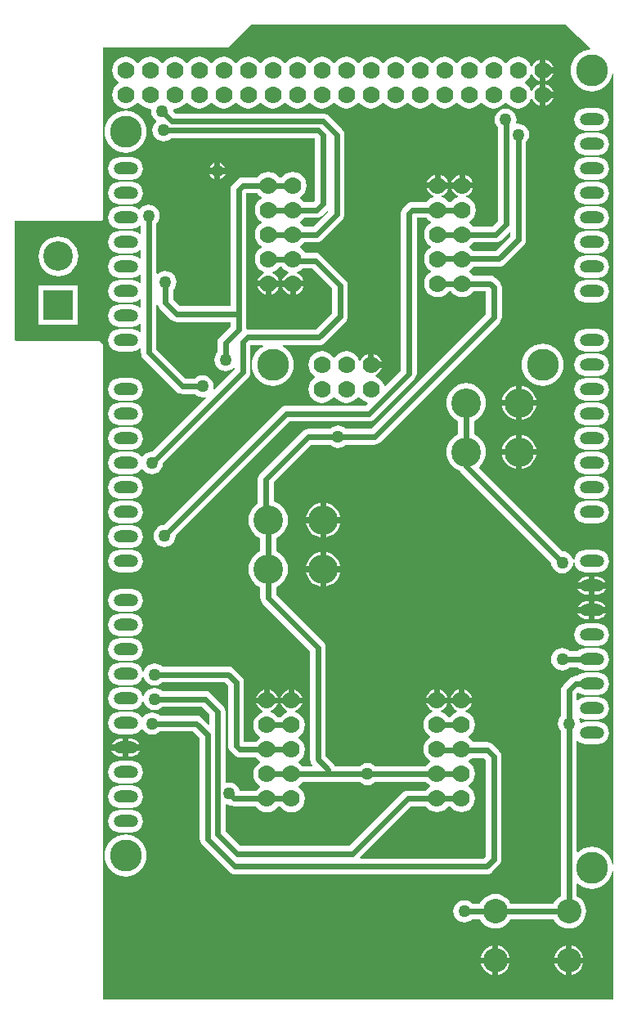
<source format=gbl>
G04 Layer_Physical_Order=2*
G04 Layer_Color=16711680*
%FSLAX24Y24*%
%MOIN*%
G70*
G01*
G75*
%ADD13C,0.0236*%
%ADD17R,0.1200X0.1200*%
%ADD18C,0.1200*%
%ADD19O,0.1000X0.0500*%
%ADD20C,0.0700*%
%ADD21C,0.1300*%
%ADD22C,0.1000*%
%ADD23C,0.0500*%
G36*
X-150Y41740D02*
X12630D01*
X13642Y40768D01*
X13624Y40716D01*
X13543Y40708D01*
X13383Y40659D01*
X13235Y40580D01*
X13106Y40474D01*
X13000Y40345D01*
X12921Y40197D01*
X12872Y40037D01*
X12856Y39870D01*
X12872Y39703D01*
X12921Y39543D01*
X13000Y39395D01*
X13106Y39266D01*
X13235Y39160D01*
X13383Y39081D01*
X13543Y39032D01*
X13710Y39016D01*
X13877Y39032D01*
X14037Y39081D01*
X14185Y39160D01*
X14314Y39266D01*
X14420Y39395D01*
X14499Y39543D01*
X14548Y39703D01*
X14550Y39727D01*
X14600Y39724D01*
Y7516D01*
X14550Y7513D01*
X14548Y7537D01*
X14499Y7697D01*
X14420Y7845D01*
X14314Y7974D01*
X14185Y8080D01*
X14037Y8159D01*
X13877Y8208D01*
X13710Y8224D01*
X13543Y8208D01*
X13383Y8159D01*
X13235Y8080D01*
X13151Y8011D01*
X13101Y8034D01*
Y12523D01*
X13151Y12540D01*
X13233Y12477D01*
X13343Y12432D01*
X13460Y12416D01*
X13960D01*
X14077Y12432D01*
X14187Y12477D01*
X14281Y12549D01*
X14353Y12643D01*
X14398Y12753D01*
X14414Y12870D01*
X14398Y12987D01*
X14353Y13097D01*
X14281Y13191D01*
X14187Y13263D01*
X14077Y13308D01*
X13960Y13324D01*
X13460D01*
X13343Y13308D01*
X13280Y13282D01*
X13236Y13307D01*
X13228Y13367D01*
X13198Y13441D01*
X13223Y13467D01*
X13238Y13475D01*
X13343Y13432D01*
X13460Y13416D01*
X13960D01*
X14077Y13432D01*
X14187Y13477D01*
X14281Y13549D01*
X14353Y13643D01*
X14398Y13753D01*
X14414Y13870D01*
X14398Y13987D01*
X14353Y14097D01*
X14281Y14191D01*
X14187Y14263D01*
X14077Y14308D01*
X13960Y14324D01*
X13460D01*
X13343Y14308D01*
X13233Y14263D01*
X13151Y14200D01*
X13101Y14217D01*
Y14457D01*
X13169Y14526D01*
X13233Y14477D01*
X13343Y14432D01*
X13460Y14416D01*
X13960D01*
X14077Y14432D01*
X14187Y14477D01*
X14281Y14549D01*
X14353Y14643D01*
X14398Y14753D01*
X14414Y14870D01*
X14398Y14987D01*
X14353Y15097D01*
X14281Y15191D01*
X14187Y15263D01*
X14077Y15308D01*
X13960Y15324D01*
X13460D01*
X13343Y15308D01*
X13233Y15263D01*
X13139Y15191D01*
X13139Y15191D01*
X13060D01*
X13060Y15191D01*
X12977Y15180D01*
X12900Y15148D01*
X12833Y15097D01*
X12553Y14817D01*
X12502Y14750D01*
X12470Y14673D01*
X12459Y14590D01*
Y13558D01*
X12397Y13477D01*
X12352Y13367D01*
X12336Y13250D01*
X12352Y13133D01*
X12397Y13023D01*
X12459Y12942D01*
Y6222D01*
X12389Y6185D01*
X12283Y6097D01*
X12195Y5991D01*
X12158Y5921D01*
X10402D01*
X10365Y5991D01*
X10277Y6097D01*
X10171Y6185D01*
X10049Y6250D01*
X9917Y6290D01*
X9780Y6303D01*
X9643Y6290D01*
X9511Y6250D01*
X9389Y6185D01*
X9283Y6097D01*
X9195Y5991D01*
X9158Y5921D01*
X8841D01*
X8841Y5921D01*
X8747Y5993D01*
X8637Y6038D01*
X8520Y6054D01*
X8403Y6038D01*
X8293Y5993D01*
X8199Y5921D01*
X8127Y5827D01*
X8082Y5717D01*
X8066Y5600D01*
X8082Y5483D01*
X8127Y5373D01*
X8199Y5279D01*
X8293Y5207D01*
X8403Y5162D01*
X8520Y5146D01*
X8637Y5162D01*
X8747Y5207D01*
X8841Y5279D01*
X8841Y5279D01*
X9158D01*
X9195Y5209D01*
X9283Y5103D01*
X9389Y5015D01*
X9511Y4950D01*
X9643Y4910D01*
X9780Y4897D01*
X9917Y4910D01*
X10049Y4950D01*
X10171Y5015D01*
X10277Y5103D01*
X10365Y5209D01*
X10402Y5279D01*
X12158D01*
X12195Y5209D01*
X12283Y5103D01*
X12389Y5015D01*
X12511Y4950D01*
X12643Y4910D01*
X12780Y4897D01*
X12917Y4910D01*
X13049Y4950D01*
X13171Y5015D01*
X13277Y5103D01*
X13365Y5209D01*
X13430Y5331D01*
X13470Y5463D01*
X13483Y5600D01*
X13470Y5737D01*
X13430Y5869D01*
X13365Y5991D01*
X13277Y6097D01*
X13171Y6185D01*
X13101Y6222D01*
Y6706D01*
X13151Y6729D01*
X13235Y6660D01*
X13383Y6581D01*
X13543Y6532D01*
X13710Y6516D01*
X13877Y6532D01*
X14037Y6581D01*
X14185Y6660D01*
X14314Y6766D01*
X14420Y6895D01*
X14499Y7043D01*
X14548Y7203D01*
X14550Y7227D01*
X14600Y7224D01*
Y2010D01*
X14590Y2000D01*
X-6200D01*
Y28710D01*
X-6330Y28840D01*
X-9730D01*
X-9800Y28910D01*
Y33750D01*
X-6290D01*
X-6280Y33740D01*
X-6200Y33820D01*
Y40800D01*
X-1110D01*
X-160Y41750D01*
X-150Y41740D01*
D02*
G37*
%LPC*%
G36*
X2640Y19420D02*
X2068D01*
X2070Y19403D01*
X2110Y19271D01*
X2175Y19149D01*
X2263Y19043D01*
X2369Y18955D01*
X2491Y18890D01*
X2623Y18850D01*
X2640Y18848D01*
Y19420D01*
D02*
G37*
G36*
X14289Y18750D02*
X13830D01*
Y18517D01*
X13960D01*
X14051Y18529D01*
X14137Y18564D01*
X14210Y18620D01*
X14266Y18693D01*
X14289Y18750D01*
D02*
G37*
G36*
X13590D02*
X13131D01*
X13154Y18693D01*
X13210Y18620D01*
X13283Y18564D01*
X13369Y18529D01*
X13460Y18517D01*
X13590D01*
Y18750D01*
D02*
G37*
G36*
X13960Y19223D02*
X13830D01*
Y18990D01*
X14289D01*
X14266Y19047D01*
X14210Y19120D01*
X14137Y19176D01*
X14051Y19211D01*
X13960Y19223D01*
D02*
G37*
G36*
X13590D02*
X13460D01*
X13369Y19211D01*
X13283Y19176D01*
X13210Y19120D01*
X13154Y19047D01*
X13131Y18990D01*
X13590D01*
Y19223D01*
D02*
G37*
G36*
X3452Y19420D02*
X2880D01*
Y18848D01*
X2897Y18850D01*
X3029Y18890D01*
X3151Y18955D01*
X3257Y19043D01*
X3345Y19149D01*
X3410Y19271D01*
X3450Y19403D01*
X3452Y19420D01*
D02*
G37*
G36*
X-5040Y18724D02*
X-5540D01*
X-5657Y18708D01*
X-5767Y18663D01*
X-5861Y18591D01*
X-5933Y18497D01*
X-5978Y18387D01*
X-5994Y18270D01*
X-5978Y18153D01*
X-5933Y18043D01*
X-5861Y17949D01*
X-5767Y17877D01*
X-5657Y17832D01*
X-5540Y17816D01*
X-5040D01*
X-4923Y17832D01*
X-4813Y17877D01*
X-4719Y17949D01*
X-4647Y18043D01*
X-4602Y18153D01*
X-4586Y18270D01*
X-4602Y18387D01*
X-4647Y18497D01*
X-4719Y18591D01*
X-4813Y18663D01*
X-4923Y18708D01*
X-5040Y18724D01*
D02*
G37*
G36*
X14289Y17750D02*
X13830D01*
Y17517D01*
X13960D01*
X14051Y17529D01*
X14137Y17564D01*
X14210Y17620D01*
X14266Y17693D01*
X14289Y17750D01*
D02*
G37*
G36*
X13590D02*
X13131D01*
X13154Y17693D01*
X13210Y17620D01*
X13283Y17564D01*
X13369Y17529D01*
X13460Y17517D01*
X13590D01*
Y17750D01*
D02*
G37*
G36*
X-5040Y17724D02*
X-5540D01*
X-5657Y17708D01*
X-5767Y17663D01*
X-5861Y17591D01*
X-5933Y17497D01*
X-5978Y17387D01*
X-5994Y17270D01*
X-5978Y17153D01*
X-5933Y17043D01*
X-5861Y16949D01*
X-5767Y16877D01*
X-5657Y16832D01*
X-5540Y16816D01*
X-5040D01*
X-4923Y16832D01*
X-4813Y16877D01*
X-4719Y16949D01*
X-4647Y17043D01*
X-4602Y17153D01*
X-4586Y17270D01*
X-4602Y17387D01*
X-4647Y17497D01*
X-4719Y17591D01*
X-4813Y17663D01*
X-4923Y17708D01*
X-5040Y17724D01*
D02*
G37*
G36*
X13960Y18223D02*
X13830D01*
Y17990D01*
X14289D01*
X14266Y18047D01*
X14210Y18120D01*
X14137Y18176D01*
X14051Y18211D01*
X13960Y18223D01*
D02*
G37*
G36*
X13590D02*
X13460D01*
X13369Y18211D01*
X13283Y18176D01*
X13210Y18120D01*
X13154Y18047D01*
X13131Y17990D01*
X13590D01*
Y18223D01*
D02*
G37*
G36*
X-5040Y20324D02*
X-5540D01*
X-5657Y20308D01*
X-5767Y20263D01*
X-5861Y20191D01*
X-5933Y20097D01*
X-5978Y19987D01*
X-5994Y19870D01*
X-5978Y19753D01*
X-5933Y19643D01*
X-5861Y19549D01*
X-5767Y19477D01*
X-5657Y19432D01*
X-5540Y19416D01*
X-5040D01*
X-4923Y19432D01*
X-4813Y19477D01*
X-4719Y19549D01*
X-4647Y19643D01*
X-4602Y19753D01*
X-4586Y19870D01*
X-4602Y19987D01*
X-4647Y20097D01*
X-4719Y20191D01*
X-4813Y20263D01*
X-4923Y20308D01*
X-5040Y20324D01*
D02*
G37*
G36*
X2880Y22232D02*
Y21660D01*
X3452D01*
X3450Y21677D01*
X3410Y21809D01*
X3345Y21931D01*
X3257Y22037D01*
X3151Y22125D01*
X3029Y22190D01*
X2897Y22230D01*
X2880Y22232D01*
D02*
G37*
G36*
X2640D02*
X2623Y22230D01*
X2491Y22190D01*
X2369Y22125D01*
X2263Y22037D01*
X2175Y21931D01*
X2110Y21809D01*
X2070Y21677D01*
X2068Y21660D01*
X2640D01*
Y22232D01*
D02*
G37*
G36*
X13960Y22324D02*
X13460D01*
X13343Y22308D01*
X13233Y22263D01*
X13139Y22191D01*
X13067Y22097D01*
X13022Y21987D01*
X13006Y21870D01*
X13022Y21753D01*
X13067Y21643D01*
X13139Y21549D01*
X13233Y21477D01*
X13343Y21432D01*
X13460Y21416D01*
X13960D01*
X14077Y21432D01*
X14187Y21477D01*
X14281Y21549D01*
X14353Y21643D01*
X14398Y21753D01*
X14414Y21870D01*
X14398Y21987D01*
X14353Y22097D01*
X14281Y22191D01*
X14187Y22263D01*
X14077Y22308D01*
X13960Y22324D01*
D02*
G37*
G36*
Y24324D02*
X13460D01*
X13343Y24308D01*
X13233Y24263D01*
X13139Y24191D01*
X13067Y24097D01*
X13022Y23987D01*
X13006Y23870D01*
X13022Y23753D01*
X13067Y23643D01*
X13139Y23549D01*
X13233Y23477D01*
X13343Y23432D01*
X13460Y23416D01*
X13960D01*
X14077Y23432D01*
X14187Y23477D01*
X14281Y23549D01*
X14353Y23643D01*
X14398Y23753D01*
X14414Y23870D01*
X14398Y23987D01*
X14353Y24097D01*
X14281Y24191D01*
X14187Y24263D01*
X14077Y24308D01*
X13960Y24324D01*
D02*
G37*
G36*
Y23324D02*
X13460D01*
X13343Y23308D01*
X13233Y23263D01*
X13139Y23191D01*
X13067Y23097D01*
X13022Y22987D01*
X13006Y22870D01*
X13022Y22753D01*
X13067Y22643D01*
X13139Y22549D01*
X13233Y22477D01*
X13343Y22432D01*
X13460Y22416D01*
X13960D01*
X14077Y22432D01*
X14187Y22477D01*
X14281Y22549D01*
X14353Y22643D01*
X14398Y22753D01*
X14414Y22870D01*
X14398Y22987D01*
X14353Y23097D01*
X14281Y23191D01*
X14187Y23263D01*
X14077Y23308D01*
X13960Y23324D01*
D02*
G37*
G36*
X-5040D02*
X-5540D01*
X-5657Y23308D01*
X-5767Y23263D01*
X-5861Y23191D01*
X-5933Y23097D01*
X-5978Y22987D01*
X-5994Y22870D01*
X-5978Y22753D01*
X-5933Y22643D01*
X-5861Y22549D01*
X-5767Y22477D01*
X-5657Y22432D01*
X-5540Y22416D01*
X-5040D01*
X-4923Y22432D01*
X-4813Y22477D01*
X-4719Y22549D01*
X-4647Y22643D01*
X-4602Y22753D01*
X-4586Y22870D01*
X-4602Y22987D01*
X-4647Y23097D01*
X-4719Y23191D01*
X-4813Y23263D01*
X-4923Y23308D01*
X-5040Y23324D01*
D02*
G37*
G36*
Y22324D02*
X-5540D01*
X-5657Y22308D01*
X-5767Y22263D01*
X-5861Y22191D01*
X-5933Y22097D01*
X-5978Y21987D01*
X-5994Y21870D01*
X-5978Y21753D01*
X-5933Y21643D01*
X-5861Y21549D01*
X-5767Y21477D01*
X-5657Y21432D01*
X-5540Y21416D01*
X-5040D01*
X-4923Y21432D01*
X-4813Y21477D01*
X-4719Y21549D01*
X-4647Y21643D01*
X-4602Y21753D01*
X-4586Y21870D01*
X-4602Y21987D01*
X-4647Y22097D01*
X-4719Y22191D01*
X-4813Y22263D01*
X-4923Y22308D01*
X-5040Y22324D01*
D02*
G37*
G36*
X2880Y20232D02*
Y19660D01*
X3452D01*
X3450Y19677D01*
X3410Y19809D01*
X3345Y19931D01*
X3257Y20037D01*
X3151Y20125D01*
X3029Y20190D01*
X2897Y20230D01*
X2880Y20232D01*
D02*
G37*
G36*
X2640D02*
X2623Y20230D01*
X2491Y20190D01*
X2369Y20125D01*
X2263Y20037D01*
X2175Y19931D01*
X2110Y19809D01*
X2070Y19677D01*
X2068Y19660D01*
X2640D01*
Y20232D01*
D02*
G37*
G36*
X8590Y27124D02*
X8433Y27108D01*
X8282Y27063D01*
X8143Y26988D01*
X8022Y26888D01*
X7922Y26767D01*
X7847Y26628D01*
X7802Y26477D01*
X7786Y26320D01*
X7802Y26163D01*
X7847Y26012D01*
X7922Y25873D01*
X8022Y25752D01*
X8143Y25652D01*
X8269Y25584D01*
Y25056D01*
X8143Y24988D01*
X8022Y24888D01*
X7922Y24767D01*
X7847Y24628D01*
X7802Y24477D01*
X7786Y24320D01*
X7802Y24163D01*
X7847Y24012D01*
X7922Y23873D01*
X8022Y23752D01*
X8143Y23652D01*
X8282Y23577D01*
X8323Y23565D01*
X8363Y23513D01*
X12056Y19820D01*
X12056Y19820D01*
X12072Y19703D01*
X12117Y19593D01*
X12189Y19499D01*
X12283Y19427D01*
X12393Y19382D01*
X12510Y19366D01*
X12627Y19382D01*
X12737Y19427D01*
X12831Y19499D01*
X12903Y19593D01*
X12948Y19703D01*
X12964Y19818D01*
X12964Y19820D01*
X13012Y19822D01*
X13012Y19822D01*
X13022Y19753D01*
X13067Y19643D01*
X13139Y19549D01*
X13233Y19477D01*
X13343Y19432D01*
X13460Y19416D01*
X13960D01*
X14077Y19432D01*
X14187Y19477D01*
X14281Y19549D01*
X14353Y19643D01*
X14398Y19753D01*
X14414Y19870D01*
X14398Y19987D01*
X14353Y20097D01*
X14281Y20191D01*
X14187Y20263D01*
X14077Y20308D01*
X13960Y20324D01*
X13460D01*
X13343Y20308D01*
X13233Y20263D01*
X13139Y20191D01*
X13067Y20097D01*
X13022Y19987D01*
X13006Y19872D01*
X13006Y19870D01*
X12958Y19868D01*
X12958Y19868D01*
X12948Y19937D01*
X12903Y20047D01*
X12831Y20141D01*
X12737Y20213D01*
X12627Y20258D01*
X12510Y20274D01*
X12510Y20274D01*
X9115Y23668D01*
X9118Y23718D01*
X9158Y23752D01*
X9258Y23873D01*
X9333Y24012D01*
X9378Y24163D01*
X9394Y24320D01*
X9378Y24477D01*
X9333Y24628D01*
X9258Y24767D01*
X9158Y24888D01*
X9037Y24988D01*
X8911Y25056D01*
Y25584D01*
X9037Y25652D01*
X9158Y25752D01*
X9258Y25873D01*
X9333Y26012D01*
X9378Y26163D01*
X9394Y26320D01*
X9378Y26477D01*
X9333Y26628D01*
X9258Y26767D01*
X9158Y26888D01*
X9037Y26988D01*
X8898Y27063D01*
X8747Y27108D01*
X8590Y27124D01*
D02*
G37*
G36*
X3452Y21420D02*
X2880D01*
Y20848D01*
X2897Y20850D01*
X3029Y20890D01*
X3151Y20955D01*
X3257Y21043D01*
X3345Y21149D01*
X3410Y21271D01*
X3450Y21403D01*
X3452Y21420D01*
D02*
G37*
G36*
X2640D02*
X2068D01*
X2070Y21403D01*
X2110Y21271D01*
X2175Y21149D01*
X2263Y21043D01*
X2369Y20955D01*
X2491Y20890D01*
X2623Y20850D01*
X2640Y20848D01*
Y21420D01*
D02*
G37*
G36*
X-5040Y21324D02*
X-5540D01*
X-5657Y21308D01*
X-5767Y21263D01*
X-5861Y21191D01*
X-5933Y21097D01*
X-5978Y20987D01*
X-5994Y20870D01*
X-5978Y20753D01*
X-5933Y20643D01*
X-5861Y20549D01*
X-5767Y20477D01*
X-5657Y20432D01*
X-5540Y20416D01*
X-5040D01*
X-4923Y20432D01*
X-4813Y20477D01*
X-4719Y20549D01*
X-4647Y20643D01*
X-4602Y20753D01*
X-4586Y20870D01*
X-4602Y20987D01*
X-4647Y21097D01*
X-4719Y21191D01*
X-4813Y21263D01*
X-4923Y21308D01*
X-5040Y21324D01*
D02*
G37*
G36*
X13960Y17324D02*
X13460D01*
X13343Y17308D01*
X13233Y17263D01*
X13139Y17191D01*
X13067Y17097D01*
X13022Y16987D01*
X13006Y16870D01*
X13022Y16753D01*
X13067Y16643D01*
X13139Y16549D01*
X13233Y16477D01*
X13343Y16432D01*
X13460Y16416D01*
X13960D01*
X14077Y16432D01*
X14187Y16477D01*
X14281Y16549D01*
X14353Y16643D01*
X14398Y16753D01*
X14414Y16870D01*
X14398Y16987D01*
X14353Y17097D01*
X14281Y17191D01*
X14187Y17263D01*
X14077Y17308D01*
X13960Y17324D01*
D02*
G37*
G36*
X-5040Y9724D02*
X-5540D01*
X-5657Y9708D01*
X-5767Y9663D01*
X-5861Y9591D01*
X-5933Y9497D01*
X-5978Y9387D01*
X-5994Y9270D01*
X-5978Y9153D01*
X-5933Y9043D01*
X-5861Y8949D01*
X-5767Y8877D01*
X-5657Y8832D01*
X-5540Y8816D01*
X-5040D01*
X-4923Y8832D01*
X-4813Y8877D01*
X-4719Y8949D01*
X-4647Y9043D01*
X-4602Y9153D01*
X-4586Y9270D01*
X-4602Y9387D01*
X-4647Y9497D01*
X-4719Y9591D01*
X-4813Y9663D01*
X-4923Y9708D01*
X-5040Y9724D01*
D02*
G37*
G36*
X-5290Y8724D02*
X-5457Y8708D01*
X-5617Y8659D01*
X-5765Y8580D01*
X-5894Y8474D01*
X-6000Y8345D01*
X-6079Y8197D01*
X-6128Y8037D01*
X-6144Y7870D01*
X-6128Y7703D01*
X-6079Y7543D01*
X-6000Y7395D01*
X-5894Y7266D01*
X-5765Y7160D01*
X-5617Y7081D01*
X-5457Y7032D01*
X-5290Y7016D01*
X-5123Y7032D01*
X-4963Y7081D01*
X-4815Y7160D01*
X-4686Y7266D01*
X-4580Y7395D01*
X-4501Y7543D01*
X-4452Y7703D01*
X-4436Y7870D01*
X-4452Y8037D01*
X-4501Y8197D01*
X-4580Y8345D01*
X-4686Y8474D01*
X-4815Y8580D01*
X-4963Y8659D01*
X-5123Y8708D01*
X-5290Y8724D01*
D02*
G37*
G36*
X12900Y4191D02*
Y3720D01*
X13371D01*
X13337Y3831D01*
X13281Y3935D01*
X13206Y4026D01*
X13115Y4101D01*
X13011Y4157D01*
X12900Y4191D01*
D02*
G37*
G36*
X-5410Y12150D02*
X-5869D01*
X-5846Y12093D01*
X-5790Y12020D01*
X-5717Y11964D01*
X-5631Y11929D01*
X-5540Y11917D01*
X-5410D01*
Y12150D01*
D02*
G37*
G36*
X-5040Y11724D02*
X-5540D01*
X-5657Y11708D01*
X-5767Y11663D01*
X-5861Y11591D01*
X-5933Y11497D01*
X-5978Y11387D01*
X-5994Y11270D01*
X-5978Y11153D01*
X-5933Y11043D01*
X-5861Y10949D01*
X-5767Y10877D01*
X-5657Y10832D01*
X-5540Y10816D01*
X-5040D01*
X-4923Y10832D01*
X-4813Y10877D01*
X-4719Y10949D01*
X-4647Y11043D01*
X-4602Y11153D01*
X-4586Y11270D01*
X-4602Y11387D01*
X-4647Y11497D01*
X-4719Y11591D01*
X-4813Y11663D01*
X-4923Y11708D01*
X-5040Y11724D01*
D02*
G37*
G36*
Y10724D02*
X-5540D01*
X-5657Y10708D01*
X-5767Y10663D01*
X-5861Y10591D01*
X-5933Y10497D01*
X-5978Y10387D01*
X-5994Y10270D01*
X-5978Y10153D01*
X-5933Y10043D01*
X-5861Y9949D01*
X-5767Y9877D01*
X-5657Y9832D01*
X-5540Y9816D01*
X-5040D01*
X-4923Y9832D01*
X-4813Y9877D01*
X-4719Y9949D01*
X-4647Y10043D01*
X-4602Y10153D01*
X-4586Y10270D01*
X-4602Y10387D01*
X-4647Y10497D01*
X-4719Y10591D01*
X-4813Y10663D01*
X-4923Y10708D01*
X-5040Y10724D01*
D02*
G37*
G36*
X12660Y4191D02*
X12549Y4157D01*
X12445Y4101D01*
X12354Y4026D01*
X12279Y3935D01*
X12223Y3831D01*
X12189Y3720D01*
X12660D01*
Y4191D01*
D02*
G37*
G36*
Y3480D02*
X12189D01*
X12223Y3369D01*
X12279Y3265D01*
X12354Y3174D01*
X12445Y3099D01*
X12549Y3043D01*
X12660Y3009D01*
Y3480D01*
D02*
G37*
G36*
X10371D02*
X9900D01*
Y3009D01*
X10011Y3043D01*
X10115Y3099D01*
X10206Y3174D01*
X10281Y3265D01*
X10337Y3369D01*
X10371Y3480D01*
D02*
G37*
G36*
X9660D02*
X9189D01*
X9223Y3369D01*
X9279Y3265D01*
X9354Y3174D01*
X9445Y3099D01*
X9549Y3043D01*
X9660Y3009D01*
Y3480D01*
D02*
G37*
G36*
X9900Y4191D02*
Y3720D01*
X10371D01*
X10337Y3831D01*
X10281Y3935D01*
X10206Y4026D01*
X10115Y4101D01*
X10011Y4157D01*
X9900Y4191D01*
D02*
G37*
G36*
X9660D02*
X9549Y4157D01*
X9445Y4101D01*
X9354Y4026D01*
X9279Y3935D01*
X9223Y3831D01*
X9189Y3720D01*
X9660D01*
Y4191D01*
D02*
G37*
G36*
X13371Y3480D02*
X12900D01*
Y3009D01*
X13011Y3043D01*
X13115Y3099D01*
X13206Y3174D01*
X13281Y3265D01*
X13337Y3369D01*
X13371Y3480D01*
D02*
G37*
G36*
X8280Y14637D02*
X8173Y14593D01*
X8079Y14521D01*
X8007Y14427D01*
X7963Y14320D01*
X8280D01*
Y14637D01*
D02*
G37*
G36*
X7520D02*
Y14320D01*
X7837D01*
X7793Y14427D01*
X7721Y14521D01*
X7627Y14593D01*
X7520Y14637D01*
D02*
G37*
G36*
X7280D02*
X7173Y14593D01*
X7079Y14521D01*
X7007Y14427D01*
X6963Y14320D01*
X7280D01*
Y14637D01*
D02*
G37*
G36*
X13960Y16324D02*
X13460D01*
X13343Y16308D01*
X13233Y16263D01*
X13139Y16191D01*
X13139Y16191D01*
X12831D01*
X12831Y16191D01*
X12737Y16263D01*
X12627Y16308D01*
X12510Y16324D01*
X12393Y16308D01*
X12283Y16263D01*
X12189Y16191D01*
X12117Y16097D01*
X12072Y15987D01*
X12056Y15870D01*
X12072Y15753D01*
X12117Y15643D01*
X12189Y15549D01*
X12283Y15477D01*
X12393Y15432D01*
X12510Y15416D01*
X12627Y15432D01*
X12737Y15477D01*
X12831Y15549D01*
X12831Y15549D01*
X13139D01*
X13139Y15549D01*
X13233Y15477D01*
X13343Y15432D01*
X13460Y15416D01*
X13960D01*
X14077Y15432D01*
X14187Y15477D01*
X14281Y15549D01*
X14353Y15643D01*
X14398Y15753D01*
X14414Y15870D01*
X14398Y15987D01*
X14353Y16097D01*
X14281Y16191D01*
X14187Y16263D01*
X14077Y16308D01*
X13960Y16324D01*
D02*
G37*
G36*
X-5040Y16724D02*
X-5540D01*
X-5657Y16708D01*
X-5767Y16663D01*
X-5861Y16591D01*
X-5933Y16497D01*
X-5978Y16387D01*
X-5994Y16270D01*
X-5978Y16153D01*
X-5933Y16043D01*
X-5861Y15949D01*
X-5767Y15877D01*
X-5657Y15832D01*
X-5540Y15816D01*
X-5040D01*
X-4923Y15832D01*
X-4813Y15877D01*
X-4719Y15949D01*
X-4647Y16043D01*
X-4602Y16153D01*
X-4586Y16270D01*
X-4602Y16387D01*
X-4647Y16497D01*
X-4719Y16591D01*
X-4813Y16663D01*
X-4923Y16708D01*
X-5040Y16724D01*
D02*
G37*
G36*
X8520Y14637D02*
Y14320D01*
X8837D01*
X8793Y14427D01*
X8721Y14521D01*
X8627Y14593D01*
X8520Y14637D01*
D02*
G37*
G36*
X1590Y14627D02*
Y14310D01*
X1907D01*
X1863Y14417D01*
X1791Y14511D01*
X1697Y14583D01*
X1590Y14627D01*
D02*
G37*
G36*
X-5040Y12623D02*
X-5170D01*
Y12390D01*
X-4711D01*
X-4734Y12447D01*
X-4790Y12520D01*
X-4863Y12576D01*
X-4949Y12611D01*
X-5040Y12623D01*
D02*
G37*
G36*
X-5410D02*
X-5540D01*
X-5631Y12611D01*
X-5717Y12576D01*
X-5790Y12520D01*
X-5846Y12447D01*
X-5869Y12390D01*
X-5410D01*
Y12623D01*
D02*
G37*
G36*
X-4711Y12150D02*
X-5170D01*
Y11917D01*
X-5040D01*
X-4949Y11929D01*
X-4863Y11964D01*
X-4790Y12020D01*
X-4734Y12093D01*
X-4711Y12150D01*
D02*
G37*
G36*
X1350Y14627D02*
X1243Y14583D01*
X1149Y14511D01*
X1077Y14417D01*
X1033Y14310D01*
X1350D01*
Y14627D01*
D02*
G37*
G36*
X590D02*
Y14310D01*
X907D01*
X863Y14417D01*
X791Y14511D01*
X697Y14583D01*
X590Y14627D01*
D02*
G37*
G36*
X350D02*
X243Y14583D01*
X149Y14511D01*
X77Y14417D01*
X33Y14310D01*
X350D01*
Y14627D01*
D02*
G37*
G36*
X7550Y35617D02*
Y35300D01*
X7867D01*
X7823Y35407D01*
X7751Y35501D01*
X7657Y35573D01*
X7550Y35617D01*
D02*
G37*
G36*
X7310D02*
X7203Y35573D01*
X7109Y35501D01*
X7037Y35407D01*
X6993Y35300D01*
X7310D01*
Y35617D01*
D02*
G37*
G36*
X13960Y35324D02*
X13460D01*
X13343Y35308D01*
X13233Y35263D01*
X13139Y35191D01*
X13067Y35097D01*
X13022Y34987D01*
X13006Y34870D01*
X13022Y34753D01*
X13067Y34643D01*
X13139Y34549D01*
X13233Y34477D01*
X13343Y34432D01*
X13460Y34416D01*
X13960D01*
X14077Y34432D01*
X14187Y34477D01*
X14281Y34549D01*
X14353Y34643D01*
X14398Y34753D01*
X14414Y34870D01*
X14398Y34987D01*
X14353Y35097D01*
X14281Y35191D01*
X14187Y35263D01*
X14077Y35308D01*
X13960Y35324D01*
D02*
G37*
G36*
X-5040Y36324D02*
X-5540D01*
X-5657Y36308D01*
X-5767Y36263D01*
X-5861Y36191D01*
X-5933Y36097D01*
X-5978Y35987D01*
X-5994Y35870D01*
X-5978Y35753D01*
X-5933Y35643D01*
X-5861Y35549D01*
X-5767Y35477D01*
X-5657Y35432D01*
X-5540Y35416D01*
X-5040D01*
X-4923Y35432D01*
X-4813Y35477D01*
X-4719Y35549D01*
X-4647Y35643D01*
X-4602Y35753D01*
X-4586Y35870D01*
X-4602Y35987D01*
X-4647Y36097D01*
X-4719Y36191D01*
X-4813Y36263D01*
X-4923Y36308D01*
X-5040Y36324D01*
D02*
G37*
G36*
X8550Y35617D02*
Y35300D01*
X8867D01*
X8823Y35407D01*
X8751Y35501D01*
X8657Y35573D01*
X8550Y35617D01*
D02*
G37*
G36*
X8310D02*
X8203Y35573D01*
X8109Y35501D01*
X8037Y35407D01*
X7993Y35300D01*
X8310D01*
Y35617D01*
D02*
G37*
G36*
X13960Y33324D02*
X13460D01*
X13343Y33308D01*
X13233Y33263D01*
X13139Y33191D01*
X13067Y33097D01*
X13022Y32987D01*
X13006Y32870D01*
X13022Y32753D01*
X13067Y32643D01*
X13139Y32549D01*
X13233Y32477D01*
X13343Y32432D01*
X13460Y32416D01*
X13960D01*
X14077Y32432D01*
X14187Y32477D01*
X14281Y32549D01*
X14353Y32643D01*
X14398Y32753D01*
X14414Y32870D01*
X14398Y32987D01*
X14353Y33097D01*
X14281Y33191D01*
X14187Y33263D01*
X14077Y33308D01*
X13960Y33324D01*
D02*
G37*
G36*
X-8030Y33094D02*
X-8187Y33078D01*
X-8338Y33033D01*
X-8477Y32958D01*
X-8598Y32858D01*
X-8698Y32737D01*
X-8773Y32598D01*
X-8818Y32447D01*
X-8834Y32290D01*
X-8818Y32133D01*
X-8773Y31982D01*
X-8698Y31843D01*
X-8598Y31722D01*
X-8477Y31622D01*
X-8338Y31547D01*
X-8187Y31502D01*
X-8030Y31486D01*
X-7873Y31502D01*
X-7722Y31547D01*
X-7583Y31622D01*
X-7462Y31722D01*
X-7362Y31843D01*
X-7287Y31982D01*
X-7242Y32133D01*
X-7226Y32290D01*
X-7242Y32447D01*
X-7287Y32598D01*
X-7362Y32737D01*
X-7462Y32858D01*
X-7583Y32958D01*
X-7722Y33033D01*
X-7873Y33078D01*
X-8030Y33094D01*
D02*
G37*
G36*
X13960Y32324D02*
X13460D01*
X13343Y32308D01*
X13233Y32263D01*
X13139Y32191D01*
X13067Y32097D01*
X13022Y31987D01*
X13006Y31870D01*
X13022Y31753D01*
X13067Y31643D01*
X13139Y31549D01*
X13233Y31477D01*
X13343Y31432D01*
X13460Y31416D01*
X13960D01*
X14077Y31432D01*
X14187Y31477D01*
X14281Y31549D01*
X14353Y31643D01*
X14398Y31753D01*
X14414Y31870D01*
X14398Y31987D01*
X14353Y32097D01*
X14281Y32191D01*
X14187Y32263D01*
X14077Y32308D01*
X13960Y32324D01*
D02*
G37*
G36*
X-5040Y35324D02*
X-5540D01*
X-5657Y35308D01*
X-5767Y35263D01*
X-5861Y35191D01*
X-5933Y35097D01*
X-5978Y34987D01*
X-5994Y34870D01*
X-5978Y34753D01*
X-5933Y34643D01*
X-5861Y34549D01*
X-5767Y34477D01*
X-5657Y34432D01*
X-5540Y34416D01*
X-5040D01*
X-4923Y34432D01*
X-4813Y34477D01*
X-4719Y34549D01*
X-4647Y34643D01*
X-4602Y34753D01*
X-4586Y34870D01*
X-4602Y34987D01*
X-4647Y35097D01*
X-4719Y35191D01*
X-4813Y35263D01*
X-4923Y35308D01*
X-5040Y35324D01*
D02*
G37*
G36*
X10200Y38314D02*
X10083Y38298D01*
X9973Y38253D01*
X9879Y38181D01*
X9807Y38087D01*
X9762Y37977D01*
X9746Y37860D01*
X9762Y37743D01*
X9807Y37633D01*
X9879Y37539D01*
X9889Y37531D01*
Y33733D01*
X9657Y33501D01*
X8877D01*
X8822Y33572D01*
X8720Y33651D01*
X8716Y33667D01*
Y33693D01*
X8720Y33709D01*
X8822Y33788D01*
X8910Y33903D01*
X8966Y34036D01*
X8985Y34180D01*
X8966Y34324D01*
X8910Y34457D01*
X8822Y34572D01*
X8707Y34660D01*
X8595Y34707D01*
Y34761D01*
X8657Y34787D01*
X8751Y34859D01*
X8823Y34953D01*
X8867Y35060D01*
X7993D01*
X8037Y34953D01*
X8109Y34859D01*
X8203Y34787D01*
X8265Y34761D01*
Y34707D01*
X8153Y34660D01*
X8038Y34572D01*
X7983Y34501D01*
X7877D01*
X7822Y34572D01*
X7707Y34660D01*
X7595Y34707D01*
Y34761D01*
X7657Y34787D01*
X7751Y34859D01*
X7823Y34953D01*
X7867Y35060D01*
X6993D01*
X7037Y34953D01*
X7109Y34859D01*
X7203Y34787D01*
X7265Y34761D01*
Y34707D01*
X7153Y34660D01*
X7038Y34572D01*
X6983Y34501D01*
X6390D01*
X6390Y34501D01*
X6307Y34490D01*
X6230Y34458D01*
X6163Y34407D01*
X6033Y34277D01*
X5982Y34210D01*
X5950Y34133D01*
X5939Y34050D01*
Y27653D01*
X5292Y27006D01*
X5241Y27025D01*
X5190Y27147D01*
X5102Y27262D01*
X4987Y27350D01*
X4875Y27397D01*
Y27451D01*
X4937Y27477D01*
X5031Y27549D01*
X5103Y27643D01*
X5147Y27750D01*
X4710D01*
Y27870D01*
X4590D01*
Y28307D01*
X4483Y28263D01*
X4389Y28191D01*
X4317Y28097D01*
X4291Y28035D01*
X4237D01*
X4190Y28147D01*
X4102Y28262D01*
X3987Y28350D01*
X3854Y28406D01*
X3710Y28425D01*
X3566Y28406D01*
X3433Y28350D01*
X3318Y28262D01*
X3239Y28160D01*
X3223Y28156D01*
X3197D01*
X3181Y28160D01*
X3102Y28262D01*
X2987Y28350D01*
X2854Y28406D01*
X2710Y28425D01*
X2566Y28406D01*
X2433Y28350D01*
X2318Y28262D01*
X2230Y28147D01*
X2174Y28014D01*
X2155Y27870D01*
X2174Y27726D01*
X2230Y27593D01*
X2318Y27478D01*
X2420Y27399D01*
X2424Y27383D01*
Y27357D01*
X2420Y27341D01*
X2318Y27262D01*
X2230Y27147D01*
X2174Y27014D01*
X2155Y26870D01*
X2174Y26726D01*
X2230Y26593D01*
X2318Y26478D01*
X2433Y26390D01*
X2566Y26334D01*
X2710Y26315D01*
X2854Y26334D01*
X2987Y26390D01*
X3102Y26478D01*
X3181Y26580D01*
X3197Y26584D01*
X3223D01*
X3239Y26580D01*
X3318Y26478D01*
X3433Y26390D01*
X3566Y26334D01*
X3710Y26315D01*
X3854Y26334D01*
X3987Y26390D01*
X4102Y26478D01*
X4181Y26580D01*
X4197Y26584D01*
X4223D01*
X4239Y26580D01*
X4318Y26478D01*
X4433Y26390D01*
X4555Y26339D01*
X4574Y26288D01*
X4487Y26201D01*
X1260D01*
X1177Y26190D01*
X1100Y26158D01*
X1033Y26107D01*
X-3723Y21351D01*
X-3817Y21338D01*
X-3927Y21293D01*
X-4021Y21221D01*
X-4093Y21127D01*
X-4138Y21017D01*
X-4154Y20900D01*
X-4138Y20783D01*
X-4093Y20673D01*
X-4021Y20579D01*
X-3927Y20507D01*
X-3817Y20462D01*
X-3700Y20446D01*
X-3583Y20462D01*
X-3473Y20507D01*
X-3379Y20579D01*
X-3307Y20673D01*
X-3262Y20783D01*
X-3246Y20900D01*
X-3248Y20918D01*
X1393Y25559D01*
X4620D01*
X4703Y25570D01*
X4780Y25602D01*
X4847Y25653D01*
X6487Y27293D01*
X6538Y27360D01*
X6570Y27437D01*
X6581Y27520D01*
Y33859D01*
X6983D01*
X7038Y33788D01*
X7140Y33709D01*
X7144Y33693D01*
Y33667D01*
X7140Y33651D01*
X7038Y33572D01*
X6950Y33457D01*
X6894Y33324D01*
X6875Y33180D01*
X6894Y33036D01*
X6950Y32903D01*
X7038Y32788D01*
X7140Y32709D01*
X7144Y32693D01*
Y32667D01*
X7140Y32651D01*
X7038Y32572D01*
X6950Y32457D01*
X6894Y32324D01*
X6875Y32180D01*
X6894Y32036D01*
X6950Y31903D01*
X7038Y31788D01*
X7140Y31709D01*
X7144Y31693D01*
Y31667D01*
X7140Y31651D01*
X7038Y31572D01*
X6950Y31457D01*
X6894Y31324D01*
X6875Y31180D01*
X6894Y31036D01*
X6950Y30903D01*
X7038Y30788D01*
X7153Y30700D01*
X7286Y30644D01*
X7430Y30625D01*
X7574Y30644D01*
X7707Y30700D01*
X7822Y30788D01*
X7877Y30859D01*
X7983D01*
X8038Y30788D01*
X8153Y30700D01*
X8286Y30644D01*
X8430Y30625D01*
X8574Y30644D01*
X8707Y30700D01*
X8822Y30788D01*
X8877Y30859D01*
X9399D01*
Y29943D01*
X4717Y25261D01*
X3691D01*
X3691Y25261D01*
X3597Y25333D01*
X3487Y25378D01*
X3370Y25394D01*
X3253Y25378D01*
X3143Y25333D01*
X3049Y25261D01*
X3049Y25261D01*
X2140D01*
X2057Y25250D01*
X1980Y25218D01*
X1913Y25167D01*
X193Y23447D01*
X142Y23380D01*
X110Y23303D01*
X99Y23220D01*
Y22222D01*
X73Y22208D01*
X-48Y22108D01*
X-148Y21987D01*
X-223Y21848D01*
X-268Y21697D01*
X-284Y21540D01*
X-268Y21383D01*
X-223Y21232D01*
X-148Y21093D01*
X-48Y20972D01*
X73Y20872D01*
X199Y20804D01*
Y20276D01*
X73Y20208D01*
X-48Y20108D01*
X-148Y19987D01*
X-223Y19848D01*
X-268Y19697D01*
X-284Y19540D01*
X-268Y19383D01*
X-223Y19232D01*
X-148Y19093D01*
X-48Y18972D01*
X73Y18872D01*
X199Y18804D01*
Y18380D01*
X210Y18297D01*
X242Y18220D01*
X293Y18153D01*
X2229Y16217D01*
Y11790D01*
X2240Y11707D01*
X2272Y11630D01*
X2323Y11563D01*
X2329Y11557D01*
X2310Y11511D01*
X1917D01*
X1862Y11582D01*
X1760Y11661D01*
X1756Y11677D01*
Y11703D01*
X1760Y11719D01*
X1862Y11798D01*
X1950Y11913D01*
X2006Y12046D01*
X2025Y12190D01*
X2006Y12334D01*
X1950Y12467D01*
X1862Y12582D01*
X1760Y12661D01*
X1756Y12677D01*
Y12703D01*
X1760Y12719D01*
X1862Y12798D01*
X1950Y12913D01*
X2006Y13046D01*
X2025Y13190D01*
X2006Y13334D01*
X1950Y13467D01*
X1862Y13582D01*
X1747Y13670D01*
X1635Y13717D01*
Y13771D01*
X1697Y13797D01*
X1791Y13869D01*
X1863Y13963D01*
X1907Y14070D01*
X1033D01*
X1077Y13963D01*
X1149Y13869D01*
X1243Y13797D01*
X1305Y13771D01*
Y13717D01*
X1193Y13670D01*
X1078Y13582D01*
X1023Y13511D01*
X917D01*
X862Y13582D01*
X747Y13670D01*
X635Y13717D01*
Y13771D01*
X697Y13797D01*
X791Y13869D01*
X863Y13963D01*
X907Y14070D01*
X33D01*
X77Y13963D01*
X149Y13869D01*
X243Y13797D01*
X305Y13771D01*
Y13717D01*
X193Y13670D01*
X78Y13582D01*
X-10Y13467D01*
X-66Y13334D01*
X-85Y13190D01*
X-66Y13046D01*
X-10Y12913D01*
X78Y12798D01*
X180Y12719D01*
X184Y12703D01*
Y12677D01*
X180Y12661D01*
X78Y12582D01*
X23Y12511D01*
X-469D01*
Y14940D01*
X-480Y15023D01*
X-512Y15100D01*
X-563Y15167D01*
X-873Y15477D01*
X-940Y15528D01*
X-1017Y15560D01*
X-1100Y15571D01*
X-3789D01*
X-3789Y15571D01*
X-3883Y15643D01*
X-3993Y15688D01*
X-4110Y15704D01*
X-4227Y15688D01*
X-4337Y15643D01*
X-4431Y15571D01*
X-4503Y15477D01*
X-4548Y15367D01*
X-4548Y15367D01*
X-4599D01*
X-4602Y15387D01*
X-4647Y15497D01*
X-4719Y15591D01*
X-4813Y15663D01*
X-4923Y15708D01*
X-5040Y15724D01*
X-5540D01*
X-5657Y15708D01*
X-5767Y15663D01*
X-5861Y15591D01*
X-5933Y15497D01*
X-5978Y15387D01*
X-5994Y15270D01*
X-5978Y15153D01*
X-5933Y15043D01*
X-5861Y14949D01*
X-5767Y14877D01*
X-5657Y14832D01*
X-5540Y14816D01*
X-5040D01*
X-4923Y14832D01*
X-4813Y14877D01*
X-4719Y14949D01*
X-4647Y15043D01*
X-4602Y15153D01*
X-4602Y15153D01*
X-4551D01*
X-4548Y15133D01*
X-4503Y15023D01*
X-4431Y14929D01*
X-4337Y14857D01*
X-4227Y14812D01*
X-4110Y14796D01*
X-3993Y14812D01*
X-3883Y14857D01*
X-3789Y14929D01*
X-3789Y14929D01*
X-1233D01*
X-1111Y14807D01*
Y12350D01*
X-1100Y12267D01*
X-1068Y12190D01*
X-1017Y12123D01*
X-857Y11963D01*
X-790Y11912D01*
X-713Y11880D01*
X-630Y11869D01*
X23D01*
X78Y11798D01*
X180Y11719D01*
X184Y11703D01*
Y11677D01*
X180Y11661D01*
X78Y11582D01*
X-10Y11467D01*
X-66Y11334D01*
X-85Y11190D01*
X-66Y11046D01*
X-10Y10913D01*
X78Y10798D01*
X180Y10719D01*
X184Y10703D01*
Y10677D01*
X180Y10661D01*
X78Y10582D01*
X31Y10521D01*
X-633D01*
X-677Y10627D01*
X-749Y10721D01*
X-843Y10793D01*
X-953Y10838D01*
X-1070Y10854D01*
X-1169Y10841D01*
X-1219Y10873D01*
Y13750D01*
X-1219Y13750D01*
X-1230Y13833D01*
X-1262Y13910D01*
X-1313Y13977D01*
X-1813Y14477D01*
X-1880Y14528D01*
X-1957Y14560D01*
X-2040Y14571D01*
X-3789D01*
X-3789Y14571D01*
X-3883Y14643D01*
X-3993Y14688D01*
X-4110Y14704D01*
X-4227Y14688D01*
X-4337Y14643D01*
X-4431Y14571D01*
X-4503Y14477D01*
X-4548Y14367D01*
X-4548Y14367D01*
X-4599D01*
X-4602Y14387D01*
X-4647Y14497D01*
X-4719Y14591D01*
X-4813Y14663D01*
X-4923Y14708D01*
X-5040Y14724D01*
X-5540D01*
X-5657Y14708D01*
X-5767Y14663D01*
X-5861Y14591D01*
X-5933Y14497D01*
X-5978Y14387D01*
X-5994Y14270D01*
X-5978Y14153D01*
X-5933Y14043D01*
X-5861Y13949D01*
X-5767Y13877D01*
X-5657Y13832D01*
X-5540Y13816D01*
X-5040D01*
X-4923Y13832D01*
X-4813Y13877D01*
X-4719Y13949D01*
X-4647Y14043D01*
X-4602Y14153D01*
X-4602Y14153D01*
X-4551D01*
X-4548Y14133D01*
X-4503Y14023D01*
X-4431Y13929D01*
X-4337Y13857D01*
X-4227Y13812D01*
X-4110Y13796D01*
X-3993Y13812D01*
X-3883Y13857D01*
X-3789Y13929D01*
X-3789Y13929D01*
X-2173D01*
X-1861Y13617D01*
Y13230D01*
X-1907Y13211D01*
X-2173Y13477D01*
X-2240Y13528D01*
X-2317Y13560D01*
X-2400Y13571D01*
X-3889D01*
X-3889Y13571D01*
X-3983Y13643D01*
X-4093Y13688D01*
X-4210Y13704D01*
X-4327Y13688D01*
X-4437Y13643D01*
X-4531Y13571D01*
X-4591Y13493D01*
X-4646Y13495D01*
X-4647Y13497D01*
X-4719Y13591D01*
X-4813Y13663D01*
X-4923Y13708D01*
X-5040Y13724D01*
X-5540D01*
X-5657Y13708D01*
X-5767Y13663D01*
X-5861Y13591D01*
X-5933Y13497D01*
X-5978Y13387D01*
X-5994Y13270D01*
X-5978Y13153D01*
X-5933Y13043D01*
X-5861Y12949D01*
X-5767Y12877D01*
X-5657Y12832D01*
X-5540Y12816D01*
X-5040D01*
X-4923Y12832D01*
X-4813Y12877D01*
X-4719Y12949D01*
X-4659Y13027D01*
X-4604Y13025D01*
X-4603Y13023D01*
X-4531Y12929D01*
X-4437Y12857D01*
X-4327Y12812D01*
X-4210Y12796D01*
X-4093Y12812D01*
X-3983Y12857D01*
X-3889Y12929D01*
X-3889Y12929D01*
X-2533D01*
X-2261Y12657D01*
Y8540D01*
X-2250Y8457D01*
X-2218Y8380D01*
X-2167Y8313D01*
X-1057Y7203D01*
X-990Y7152D01*
X-913Y7120D01*
X-830Y7109D01*
X9420D01*
X9503Y7120D01*
X9580Y7152D01*
X9647Y7203D01*
X9937Y7493D01*
X9988Y7560D01*
X10020Y7637D01*
X10031Y7720D01*
Y11920D01*
X10020Y12003D01*
X9988Y12080D01*
X9937Y12147D01*
X9937Y12147D01*
X9687Y12397D01*
X9620Y12448D01*
X9543Y12480D01*
X9460Y12491D01*
X8870D01*
X8792Y12592D01*
X8690Y12671D01*
X8686Y12687D01*
Y12713D01*
X8690Y12729D01*
X8792Y12808D01*
X8880Y12923D01*
X8936Y13056D01*
X8955Y13200D01*
X8936Y13344D01*
X8880Y13477D01*
X8792Y13592D01*
X8677Y13680D01*
X8565Y13727D01*
Y13781D01*
X8627Y13807D01*
X8721Y13879D01*
X8793Y13973D01*
X8837Y14080D01*
X7963D01*
X8007Y13973D01*
X8079Y13879D01*
X8173Y13807D01*
X8235Y13781D01*
Y13727D01*
X8123Y13680D01*
X8008Y13592D01*
X7953Y13521D01*
X7847D01*
X7792Y13592D01*
X7677Y13680D01*
X7565Y13727D01*
Y13781D01*
X7627Y13807D01*
X7721Y13879D01*
X7793Y13973D01*
X7837Y14080D01*
X6963D01*
X7007Y13973D01*
X7079Y13879D01*
X7173Y13807D01*
X7235Y13781D01*
Y13727D01*
X7123Y13680D01*
X7008Y13592D01*
X6920Y13477D01*
X6864Y13344D01*
X6845Y13200D01*
X6864Y13056D01*
X6920Y12923D01*
X7008Y12808D01*
X7110Y12729D01*
X7114Y12713D01*
Y12687D01*
X7110Y12671D01*
X7008Y12592D01*
X6920Y12477D01*
X6864Y12344D01*
X6845Y12200D01*
X6864Y12056D01*
X6920Y11923D01*
X7008Y11808D01*
X7110Y11729D01*
X7114Y11713D01*
Y11687D01*
X7110Y11671D01*
X7008Y11592D01*
X6953Y11521D01*
X6560D01*
X6484Y11511D01*
X4891D01*
X4891Y11511D01*
X4797Y11583D01*
X4687Y11628D01*
X4570Y11644D01*
X4453Y11628D01*
X4343Y11583D01*
X4249Y11511D01*
X4249Y11511D01*
X3250D01*
X3238Y11540D01*
X3187Y11607D01*
X3187Y11607D01*
X2871Y11923D01*
Y16350D01*
X2871Y16350D01*
X2860Y16433D01*
X2828Y16510D01*
X2777Y16577D01*
X2777Y16577D01*
X841Y18513D01*
Y18804D01*
X967Y18872D01*
X1088Y18972D01*
X1188Y19093D01*
X1263Y19232D01*
X1308Y19383D01*
X1324Y19540D01*
X1308Y19697D01*
X1263Y19848D01*
X1188Y19987D01*
X1088Y20108D01*
X967Y20208D01*
X841Y20276D01*
Y20804D01*
X967Y20872D01*
X1088Y20972D01*
X1188Y21093D01*
X1263Y21232D01*
X1308Y21383D01*
X1324Y21540D01*
X1308Y21697D01*
X1263Y21848D01*
X1188Y21987D01*
X1088Y22108D01*
X967Y22208D01*
X828Y22283D01*
X741Y22309D01*
Y23087D01*
X2273Y24619D01*
X3049D01*
X3049Y24619D01*
X3143Y24547D01*
X3253Y24502D01*
X3370Y24486D01*
X3487Y24502D01*
X3597Y24547D01*
X3691Y24619D01*
X3691Y24619D01*
X4850D01*
X4933Y24630D01*
X5010Y24662D01*
X5077Y24713D01*
X9947Y29583D01*
X9998Y29650D01*
X10030Y29727D01*
X10041Y29810D01*
Y31030D01*
X10030Y31113D01*
X9998Y31190D01*
X9947Y31257D01*
X9797Y31407D01*
X9730Y31458D01*
X9653Y31490D01*
X9570Y31501D01*
X8877D01*
X8822Y31572D01*
X8720Y31651D01*
X8716Y31667D01*
Y31693D01*
X8720Y31709D01*
X8822Y31788D01*
X8885Y31869D01*
X9930D01*
X10013Y31880D01*
X10090Y31912D01*
X10157Y31963D01*
X10937Y32743D01*
X10937Y32743D01*
X10988Y32810D01*
X11020Y32887D01*
X11031Y32970D01*
X11031Y32970D01*
Y36929D01*
X11031Y36929D01*
X11103Y37023D01*
X11148Y37133D01*
X11164Y37250D01*
X11148Y37367D01*
X11103Y37477D01*
X11031Y37571D01*
X10937Y37643D01*
X10827Y37688D01*
X10710Y37704D01*
X10667Y37698D01*
X10638Y37735D01*
X10639Y37745D01*
X10654Y37860D01*
X10638Y37977D01*
X10593Y38087D01*
X10521Y38181D01*
X10427Y38253D01*
X10317Y38298D01*
X10200Y38314D01*
D02*
G37*
G36*
X13960Y34324D02*
X13460D01*
X13343Y34308D01*
X13233Y34263D01*
X13139Y34191D01*
X13067Y34097D01*
X13022Y33987D01*
X13006Y33870D01*
X13022Y33753D01*
X13067Y33643D01*
X13139Y33549D01*
X13233Y33477D01*
X13343Y33432D01*
X13460Y33416D01*
X13960D01*
X14077Y33432D01*
X14187Y33477D01*
X14281Y33549D01*
X14353Y33643D01*
X14398Y33753D01*
X14414Y33870D01*
X14398Y33987D01*
X14353Y34097D01*
X14281Y34191D01*
X14187Y34263D01*
X14077Y34308D01*
X13960Y34324D01*
D02*
G37*
G36*
Y36324D02*
X13460D01*
X13343Y36308D01*
X13233Y36263D01*
X13139Y36191D01*
X13067Y36097D01*
X13022Y35987D01*
X13006Y35870D01*
X13022Y35753D01*
X13067Y35643D01*
X13139Y35549D01*
X13233Y35477D01*
X13343Y35432D01*
X13460Y35416D01*
X13960D01*
X14077Y35432D01*
X14187Y35477D01*
X14281Y35549D01*
X14353Y35643D01*
X14398Y35753D01*
X14414Y35870D01*
X14398Y35987D01*
X14353Y36097D01*
X14281Y36191D01*
X14187Y36263D01*
X14077Y36308D01*
X13960Y36324D01*
D02*
G37*
G36*
X11830Y39307D02*
Y38990D01*
X12147D01*
X12103Y39097D01*
X12031Y39191D01*
X11937Y39263D01*
X11830Y39307D01*
D02*
G37*
G36*
X12147Y38750D02*
X11830D01*
Y38433D01*
X11937Y38477D01*
X12031Y38549D01*
X12103Y38643D01*
X12147Y38750D01*
D02*
G37*
G36*
X13960Y38324D02*
X13460D01*
X13343Y38308D01*
X13233Y38263D01*
X13139Y38191D01*
X13067Y38097D01*
X13022Y37987D01*
X13006Y37870D01*
X13022Y37753D01*
X13067Y37643D01*
X13139Y37549D01*
X13233Y37477D01*
X13343Y37432D01*
X13460Y37416D01*
X13960D01*
X14077Y37432D01*
X14187Y37477D01*
X14281Y37549D01*
X14353Y37643D01*
X14398Y37753D01*
X14414Y37870D01*
X14398Y37987D01*
X14353Y38097D01*
X14281Y38191D01*
X14187Y38263D01*
X14077Y38308D01*
X13960Y38324D01*
D02*
G37*
G36*
X10710Y40425D02*
X10566Y40406D01*
X10433Y40350D01*
X10318Y40262D01*
X10239Y40160D01*
X10223Y40156D01*
X10197D01*
X10181Y40160D01*
X10102Y40262D01*
X9987Y40350D01*
X9854Y40406D01*
X9710Y40425D01*
X9566Y40406D01*
X9433Y40350D01*
X9318Y40262D01*
X9239Y40160D01*
X9223Y40156D01*
X9197D01*
X9181Y40160D01*
X9102Y40262D01*
X8987Y40350D01*
X8854Y40406D01*
X8710Y40425D01*
X8566Y40406D01*
X8433Y40350D01*
X8318Y40262D01*
X8239Y40160D01*
X8223Y40156D01*
X8197D01*
X8181Y40160D01*
X8102Y40262D01*
X7987Y40350D01*
X7854Y40406D01*
X7710Y40425D01*
X7566Y40406D01*
X7433Y40350D01*
X7318Y40262D01*
X7239Y40160D01*
X7223Y40156D01*
X7197D01*
X7181Y40160D01*
X7102Y40262D01*
X6987Y40350D01*
X6854Y40406D01*
X6710Y40425D01*
X6566Y40406D01*
X6433Y40350D01*
X6318Y40262D01*
X6239Y40160D01*
X6223Y40156D01*
X6197D01*
X6181Y40160D01*
X6102Y40262D01*
X5987Y40350D01*
X5854Y40406D01*
X5710Y40425D01*
X5566Y40406D01*
X5433Y40350D01*
X5318Y40262D01*
X5239Y40160D01*
X5223Y40156D01*
X5197D01*
X5181Y40160D01*
X5102Y40262D01*
X4987Y40350D01*
X4854Y40406D01*
X4710Y40425D01*
X4566Y40406D01*
X4433Y40350D01*
X4318Y40262D01*
X4239Y40160D01*
X4223Y40156D01*
X4197D01*
X4181Y40160D01*
X4102Y40262D01*
X3987Y40350D01*
X3854Y40406D01*
X3710Y40425D01*
X3566Y40406D01*
X3433Y40350D01*
X3318Y40262D01*
X3239Y40160D01*
X3223Y40156D01*
X3197D01*
X3181Y40160D01*
X3102Y40262D01*
X2987Y40350D01*
X2854Y40406D01*
X2710Y40425D01*
X2566Y40406D01*
X2433Y40350D01*
X2318Y40262D01*
X2239Y40160D01*
X2223Y40156D01*
X2197D01*
X2181Y40160D01*
X2102Y40262D01*
X1987Y40350D01*
X1854Y40406D01*
X1710Y40425D01*
X1566Y40406D01*
X1433Y40350D01*
X1318Y40262D01*
X1239Y40160D01*
X1223Y40156D01*
X1197D01*
X1181Y40160D01*
X1102Y40262D01*
X987Y40350D01*
X854Y40406D01*
X710Y40425D01*
X566Y40406D01*
X433Y40350D01*
X318Y40262D01*
X239Y40160D01*
X223Y40156D01*
X197D01*
X181Y40160D01*
X102Y40262D01*
X-13Y40350D01*
X-146Y40406D01*
X-290Y40425D01*
X-434Y40406D01*
X-567Y40350D01*
X-682Y40262D01*
X-761Y40160D01*
X-777Y40156D01*
X-803D01*
X-819Y40160D01*
X-898Y40262D01*
X-1013Y40350D01*
X-1146Y40406D01*
X-1290Y40425D01*
X-1434Y40406D01*
X-1567Y40350D01*
X-1682Y40262D01*
X-1761Y40160D01*
X-1777Y40156D01*
X-1803D01*
X-1819Y40160D01*
X-1898Y40262D01*
X-2013Y40350D01*
X-2146Y40406D01*
X-2290Y40425D01*
X-2434Y40406D01*
X-2567Y40350D01*
X-2682Y40262D01*
X-2761Y40160D01*
X-2777Y40156D01*
X-2803D01*
X-2819Y40160D01*
X-2898Y40262D01*
X-3013Y40350D01*
X-3146Y40406D01*
X-3290Y40425D01*
X-3434Y40406D01*
X-3567Y40350D01*
X-3682Y40262D01*
X-3761Y40160D01*
X-3777Y40156D01*
X-3803D01*
X-3819Y40160D01*
X-3898Y40262D01*
X-4013Y40350D01*
X-4146Y40406D01*
X-4290Y40425D01*
X-4434Y40406D01*
X-4567Y40350D01*
X-4682Y40262D01*
X-4761Y40160D01*
X-4777Y40156D01*
X-4803D01*
X-4819Y40160D01*
X-4898Y40262D01*
X-5013Y40350D01*
X-5146Y40406D01*
X-5290Y40425D01*
X-5434Y40406D01*
X-5567Y40350D01*
X-5682Y40262D01*
X-5770Y40147D01*
X-5826Y40014D01*
X-5845Y39870D01*
X-5826Y39726D01*
X-5770Y39593D01*
X-5682Y39478D01*
X-5580Y39399D01*
X-5576Y39383D01*
Y39357D01*
X-5580Y39341D01*
X-5682Y39262D01*
X-5770Y39147D01*
X-5826Y39014D01*
X-5845Y38870D01*
X-5826Y38726D01*
X-5770Y38593D01*
X-5682Y38478D01*
X-5567Y38390D01*
X-5434Y38334D01*
X-5290Y38315D01*
X-5146Y38334D01*
X-5013Y38390D01*
X-4898Y38478D01*
X-4819Y38580D01*
X-4803Y38584D01*
X-4777D01*
X-4761Y38580D01*
X-4682Y38478D01*
X-4567Y38390D01*
X-4434Y38334D01*
X-4290Y38315D01*
X-4286Y38316D01*
X-4242Y38271D01*
X-4251Y38197D01*
X-4236Y38080D01*
X-4191Y37970D01*
X-4118Y37876D01*
X-4049Y37823D01*
X-4046Y37762D01*
X-4061Y37751D01*
X-4133Y37657D01*
X-4178Y37547D01*
X-4194Y37430D01*
X-4178Y37313D01*
X-4133Y37203D01*
X-4061Y37109D01*
X-3967Y37037D01*
X-3857Y36992D01*
X-3740Y36976D01*
X-3623Y36992D01*
X-3513Y37037D01*
X-3419Y37109D01*
X-3419Y37109D01*
X2427D01*
X2429Y37107D01*
Y34583D01*
X2347Y34501D01*
X1977D01*
X1922Y34572D01*
X1820Y34651D01*
X1816Y34667D01*
Y34693D01*
X1820Y34709D01*
X1922Y34788D01*
X2010Y34903D01*
X2066Y35036D01*
X2085Y35180D01*
X2066Y35324D01*
X2010Y35457D01*
X1922Y35572D01*
X1807Y35660D01*
X1674Y35716D01*
X1530Y35735D01*
X1386Y35716D01*
X1253Y35660D01*
X1138Y35572D01*
X1083Y35501D01*
X977D01*
X922Y35572D01*
X807Y35660D01*
X674Y35716D01*
X530Y35735D01*
X386Y35716D01*
X253Y35660D01*
X138Y35572D01*
X83Y35501D01*
X-520D01*
X-603Y35490D01*
X-680Y35458D01*
X-747Y35407D01*
X-917Y35237D01*
X-968Y35170D01*
X-1000Y35093D01*
X-1011Y35010D01*
Y30261D01*
X-3077D01*
X-3359Y30543D01*
Y30919D01*
X-3359Y30919D01*
X-3287Y31013D01*
X-3242Y31123D01*
X-3226Y31240D01*
X-3242Y31357D01*
X-3287Y31467D01*
X-3359Y31561D01*
X-3453Y31633D01*
X-3563Y31678D01*
X-3680Y31694D01*
X-3797Y31678D01*
X-3907Y31633D01*
X-3979Y31578D01*
X-4029Y31602D01*
Y33629D01*
X-4029Y33629D01*
X-3957Y33723D01*
X-3912Y33833D01*
X-3896Y33950D01*
X-3912Y34067D01*
X-3957Y34177D01*
X-4029Y34271D01*
X-4123Y34343D01*
X-4233Y34388D01*
X-4350Y34404D01*
X-4467Y34388D01*
X-4577Y34343D01*
X-4671Y34271D01*
X-4706Y34225D01*
X-4755Y34219D01*
X-4813Y34263D01*
X-4923Y34308D01*
X-5040Y34324D01*
X-5540D01*
X-5657Y34308D01*
X-5767Y34263D01*
X-5861Y34191D01*
X-5933Y34097D01*
X-5978Y33987D01*
X-5994Y33870D01*
X-5978Y33753D01*
X-5933Y33643D01*
X-5861Y33549D01*
X-5767Y33477D01*
X-5657Y33432D01*
X-5540Y33416D01*
X-5040D01*
X-4923Y33432D01*
X-4813Y33477D01*
X-4721Y33548D01*
X-4703Y33545D01*
X-4671Y33534D01*
Y33206D01*
X-4703Y33195D01*
X-4721Y33192D01*
X-4813Y33263D01*
X-4923Y33308D01*
X-5040Y33324D01*
X-5540D01*
X-5657Y33308D01*
X-5767Y33263D01*
X-5861Y33191D01*
X-5933Y33097D01*
X-5978Y32987D01*
X-5994Y32870D01*
X-5978Y32753D01*
X-5933Y32643D01*
X-5861Y32549D01*
X-5767Y32477D01*
X-5657Y32432D01*
X-5540Y32416D01*
X-5040D01*
X-4923Y32432D01*
X-4813Y32477D01*
X-4721Y32548D01*
X-4703Y32545D01*
X-4671Y32534D01*
Y32206D01*
X-4703Y32195D01*
X-4721Y32192D01*
X-4813Y32263D01*
X-4923Y32308D01*
X-5040Y32324D01*
X-5540D01*
X-5657Y32308D01*
X-5767Y32263D01*
X-5861Y32191D01*
X-5933Y32097D01*
X-5978Y31987D01*
X-5994Y31870D01*
X-5978Y31753D01*
X-5933Y31643D01*
X-5861Y31549D01*
X-5767Y31477D01*
X-5657Y31432D01*
X-5540Y31416D01*
X-5040D01*
X-4923Y31432D01*
X-4813Y31477D01*
X-4721Y31548D01*
X-4703Y31545D01*
X-4671Y31534D01*
Y31206D01*
X-4703Y31195D01*
X-4721Y31192D01*
X-4813Y31263D01*
X-4923Y31308D01*
X-5040Y31324D01*
X-5540D01*
X-5657Y31308D01*
X-5767Y31263D01*
X-5861Y31191D01*
X-5933Y31097D01*
X-5978Y30987D01*
X-5994Y30870D01*
X-5978Y30753D01*
X-5933Y30643D01*
X-5861Y30549D01*
X-5767Y30477D01*
X-5657Y30432D01*
X-5540Y30416D01*
X-5040D01*
X-4923Y30432D01*
X-4813Y30477D01*
X-4721Y30548D01*
X-4703Y30545D01*
X-4671Y30534D01*
Y30206D01*
X-4703Y30195D01*
X-4721Y30192D01*
X-4813Y30263D01*
X-4923Y30308D01*
X-5040Y30324D01*
X-5540D01*
X-5657Y30308D01*
X-5767Y30263D01*
X-5861Y30191D01*
X-5933Y30097D01*
X-5978Y29987D01*
X-5994Y29870D01*
X-5978Y29753D01*
X-5933Y29643D01*
X-5861Y29549D01*
X-5767Y29477D01*
X-5657Y29432D01*
X-5540Y29416D01*
X-5040D01*
X-4923Y29432D01*
X-4813Y29477D01*
X-4721Y29548D01*
X-4703Y29545D01*
X-4671Y29534D01*
Y29206D01*
X-4703Y29195D01*
X-4721Y29192D01*
X-4813Y29263D01*
X-4923Y29308D01*
X-5040Y29324D01*
X-5540D01*
X-5657Y29308D01*
X-5767Y29263D01*
X-5861Y29191D01*
X-5933Y29097D01*
X-5978Y28987D01*
X-5994Y28870D01*
X-5978Y28753D01*
X-5933Y28643D01*
X-5861Y28549D01*
X-5767Y28477D01*
X-5657Y28432D01*
X-5540Y28416D01*
X-5040D01*
X-4923Y28432D01*
X-4813Y28477D01*
X-4721Y28548D01*
X-4703Y28545D01*
X-4671Y28534D01*
Y28380D01*
X-4660Y28297D01*
X-4628Y28220D01*
X-4577Y28153D01*
X-3197Y26773D01*
X-3130Y26722D01*
X-3053Y26690D01*
X-2970Y26679D01*
X-2970Y26679D01*
X-2481D01*
X-2481Y26679D01*
X-2387Y26607D01*
X-2277Y26562D01*
X-2160Y26546D01*
X-2054Y26560D01*
X-2026Y26518D01*
X-4220Y24324D01*
X-4220Y24324D01*
X-4337Y24308D01*
X-4447Y24263D01*
X-4541Y24191D01*
X-4600Y24114D01*
X-4610Y24110D01*
X-4650Y24110D01*
X-4660Y24114D01*
X-4719Y24191D01*
X-4813Y24263D01*
X-4923Y24308D01*
X-5040Y24324D01*
X-5540D01*
X-5657Y24308D01*
X-5767Y24263D01*
X-5861Y24191D01*
X-5933Y24097D01*
X-5978Y23987D01*
X-5994Y23870D01*
X-5978Y23753D01*
X-5933Y23643D01*
X-5861Y23549D01*
X-5767Y23477D01*
X-5657Y23432D01*
X-5540Y23416D01*
X-5040D01*
X-4923Y23432D01*
X-4813Y23477D01*
X-4719Y23549D01*
X-4660Y23626D01*
X-4650Y23630D01*
X-4610Y23630D01*
X-4600Y23626D01*
X-4541Y23549D01*
X-4447Y23477D01*
X-4337Y23432D01*
X-4220Y23416D01*
X-4103Y23432D01*
X-3993Y23477D01*
X-3899Y23549D01*
X-3827Y23643D01*
X-3782Y23753D01*
X-3766Y23870D01*
X-3766Y23870D01*
X-293Y27343D01*
X-242Y27410D01*
X-210Y27487D01*
X-199Y27570D01*
Y28657D01*
X-187Y28669D01*
X296D01*
X308Y28619D01*
X235Y28580D01*
X106Y28474D01*
X-0Y28345D01*
X-79Y28197D01*
X-128Y28037D01*
X-144Y27870D01*
X-128Y27703D01*
X-79Y27543D01*
X-0Y27395D01*
X106Y27266D01*
X235Y27160D01*
X383Y27081D01*
X543Y27032D01*
X710Y27016D01*
X877Y27032D01*
X1037Y27081D01*
X1185Y27160D01*
X1314Y27266D01*
X1420Y27395D01*
X1499Y27543D01*
X1548Y27703D01*
X1564Y27870D01*
X1548Y28037D01*
X1499Y28197D01*
X1420Y28345D01*
X1314Y28474D01*
X1185Y28580D01*
X1112Y28619D01*
X1124Y28669D01*
X2590D01*
X2673Y28680D01*
X2750Y28712D01*
X2817Y28763D01*
X3667Y29613D01*
X3667Y29613D01*
X3718Y29680D01*
X3750Y29757D01*
X3761Y29840D01*
X3761Y29840D01*
Y31120D01*
X3761Y31120D01*
X3750Y31203D01*
X3718Y31280D01*
X3667Y31347D01*
X3667Y31347D01*
X2667Y32347D01*
X2600Y32398D01*
X2523Y32430D01*
X2440Y32441D01*
X2017D01*
X2010Y32457D01*
X1922Y32572D01*
X1820Y32651D01*
X1816Y32667D01*
Y32693D01*
X1820Y32709D01*
X1922Y32788D01*
X1977Y32859D01*
X2480D01*
X2563Y32870D01*
X2640Y32902D01*
X2707Y32953D01*
X3537Y33783D01*
X3588Y33850D01*
X3620Y33927D01*
X3631Y34010D01*
Y37240D01*
X3631Y37240D01*
X3620Y37323D01*
X3588Y37400D01*
X3537Y37467D01*
X3537Y37467D01*
X2977Y38027D01*
X2910Y38078D01*
X2833Y38110D01*
X2750Y38121D01*
X-3267D01*
X-3344Y38197D01*
X-3344Y38197D01*
X-3354Y38273D01*
X-3309Y38318D01*
X-3290Y38315D01*
X-3146Y38334D01*
X-3013Y38390D01*
X-2898Y38478D01*
X-2819Y38580D01*
X-2803Y38584D01*
X-2777D01*
X-2761Y38580D01*
X-2682Y38478D01*
X-2567Y38390D01*
X-2434Y38334D01*
X-2290Y38315D01*
X-2146Y38334D01*
X-2013Y38390D01*
X-1898Y38478D01*
X-1819Y38580D01*
X-1803Y38584D01*
X-1777D01*
X-1761Y38580D01*
X-1682Y38478D01*
X-1567Y38390D01*
X-1434Y38334D01*
X-1290Y38315D01*
X-1146Y38334D01*
X-1013Y38390D01*
X-898Y38478D01*
X-819Y38580D01*
X-803Y38584D01*
X-777D01*
X-761Y38580D01*
X-682Y38478D01*
X-567Y38390D01*
X-434Y38334D01*
X-290Y38315D01*
X-146Y38334D01*
X-13Y38390D01*
X102Y38478D01*
X181Y38580D01*
X197Y38584D01*
X223D01*
X239Y38580D01*
X318Y38478D01*
X433Y38390D01*
X566Y38334D01*
X710Y38315D01*
X854Y38334D01*
X987Y38390D01*
X1102Y38478D01*
X1181Y38580D01*
X1197Y38584D01*
X1223D01*
X1239Y38580D01*
X1318Y38478D01*
X1433Y38390D01*
X1566Y38334D01*
X1710Y38315D01*
X1854Y38334D01*
X1987Y38390D01*
X2102Y38478D01*
X2181Y38580D01*
X2197Y38584D01*
X2223D01*
X2239Y38580D01*
X2318Y38478D01*
X2433Y38390D01*
X2566Y38334D01*
X2710Y38315D01*
X2854Y38334D01*
X2987Y38390D01*
X3102Y38478D01*
X3181Y38580D01*
X3197Y38584D01*
X3223D01*
X3239Y38580D01*
X3318Y38478D01*
X3433Y38390D01*
X3566Y38334D01*
X3710Y38315D01*
X3854Y38334D01*
X3987Y38390D01*
X4102Y38478D01*
X4181Y38580D01*
X4197Y38584D01*
X4223D01*
X4239Y38580D01*
X4318Y38478D01*
X4433Y38390D01*
X4566Y38334D01*
X4710Y38315D01*
X4854Y38334D01*
X4987Y38390D01*
X5102Y38478D01*
X5181Y38580D01*
X5197Y38584D01*
X5223D01*
X5239Y38580D01*
X5318Y38478D01*
X5433Y38390D01*
X5566Y38334D01*
X5710Y38315D01*
X5854Y38334D01*
X5987Y38390D01*
X6102Y38478D01*
X6181Y38580D01*
X6197Y38584D01*
X6223D01*
X6239Y38580D01*
X6318Y38478D01*
X6433Y38390D01*
X6566Y38334D01*
X6710Y38315D01*
X6854Y38334D01*
X6987Y38390D01*
X7102Y38478D01*
X7181Y38580D01*
X7197Y38584D01*
X7223D01*
X7239Y38580D01*
X7318Y38478D01*
X7433Y38390D01*
X7566Y38334D01*
X7710Y38315D01*
X7854Y38334D01*
X7987Y38390D01*
X8102Y38478D01*
X8181Y38580D01*
X8197Y38584D01*
X8223D01*
X8239Y38580D01*
X8318Y38478D01*
X8433Y38390D01*
X8566Y38334D01*
X8710Y38315D01*
X8854Y38334D01*
X8987Y38390D01*
X9102Y38478D01*
X9181Y38580D01*
X9197Y38584D01*
X9223D01*
X9239Y38580D01*
X9318Y38478D01*
X9433Y38390D01*
X9566Y38334D01*
X9710Y38315D01*
X9854Y38334D01*
X9987Y38390D01*
X10102Y38478D01*
X10181Y38580D01*
X10197Y38584D01*
X10223D01*
X10239Y38580D01*
X10318Y38478D01*
X10433Y38390D01*
X10566Y38334D01*
X10710Y38315D01*
X10854Y38334D01*
X10987Y38390D01*
X11102Y38478D01*
X11190Y38593D01*
X11237Y38705D01*
X11291D01*
X11317Y38643D01*
X11389Y38549D01*
X11483Y38477D01*
X11590Y38433D01*
Y38870D01*
Y39307D01*
X11483Y39263D01*
X11389Y39191D01*
X11317Y39097D01*
X11291Y39035D01*
X11237D01*
X11190Y39147D01*
X11102Y39262D01*
X11000Y39341D01*
X10996Y39357D01*
Y39383D01*
X11000Y39399D01*
X11102Y39478D01*
X11190Y39593D01*
X11237Y39705D01*
X11291D01*
X11317Y39643D01*
X11389Y39549D01*
X11483Y39477D01*
X11590Y39433D01*
Y39870D01*
Y40307D01*
X11483Y40263D01*
X11389Y40191D01*
X11317Y40097D01*
X11291Y40035D01*
X11237D01*
X11190Y40147D01*
X11102Y40262D01*
X10987Y40350D01*
X10854Y40406D01*
X10710Y40425D01*
D02*
G37*
G36*
X11830Y40307D02*
Y39990D01*
X12147D01*
X12103Y40097D01*
X12031Y40191D01*
X11937Y40263D01*
X11830Y40307D01*
D02*
G37*
G36*
X12147Y39750D02*
X11830D01*
Y39433D01*
X11937Y39477D01*
X12031Y39549D01*
X12103Y39643D01*
X12147Y39750D01*
D02*
G37*
G36*
X-1670Y36099D02*
X-1727Y36076D01*
X-1800Y36020D01*
X-1856Y35947D01*
X-1879Y35890D01*
X-1670D01*
Y36099D01*
D02*
G37*
G36*
X-1221Y35650D02*
X-1430D01*
Y35441D01*
X-1373Y35464D01*
X-1300Y35520D01*
X-1244Y35593D01*
X-1221Y35650D01*
D02*
G37*
G36*
X-1670D02*
X-1879D01*
X-1856Y35593D01*
X-1800Y35520D01*
X-1727Y35464D01*
X-1670Y35441D01*
Y35650D01*
D02*
G37*
G36*
X-5290Y38224D02*
X-5457Y38208D01*
X-5617Y38159D01*
X-5765Y38080D01*
X-5894Y37974D01*
X-6000Y37845D01*
X-6079Y37697D01*
X-6128Y37537D01*
X-6144Y37370D01*
X-6128Y37203D01*
X-6079Y37043D01*
X-6000Y36895D01*
X-5894Y36766D01*
X-5765Y36660D01*
X-5617Y36581D01*
X-5457Y36532D01*
X-5290Y36516D01*
X-5123Y36532D01*
X-4963Y36581D01*
X-4815Y36660D01*
X-4686Y36766D01*
X-4580Y36895D01*
X-4501Y37043D01*
X-4452Y37203D01*
X-4436Y37370D01*
X-4452Y37537D01*
X-4501Y37697D01*
X-4580Y37845D01*
X-4686Y37974D01*
X-4815Y38080D01*
X-4963Y38159D01*
X-5123Y38208D01*
X-5290Y38224D01*
D02*
G37*
G36*
X13960Y37324D02*
X13460D01*
X13343Y37308D01*
X13233Y37263D01*
X13139Y37191D01*
X13067Y37097D01*
X13022Y36987D01*
X13006Y36870D01*
X13022Y36753D01*
X13067Y36643D01*
X13139Y36549D01*
X13233Y36477D01*
X13343Y36432D01*
X13460Y36416D01*
X13960D01*
X14077Y36432D01*
X14187Y36477D01*
X14281Y36549D01*
X14353Y36643D01*
X14398Y36753D01*
X14414Y36870D01*
X14398Y36987D01*
X14353Y37097D01*
X14281Y37191D01*
X14187Y37263D01*
X14077Y37308D01*
X13960Y37324D01*
D02*
G37*
G36*
X-1430Y36099D02*
Y35890D01*
X-1221D01*
X-1244Y35947D01*
X-1300Y36020D01*
X-1373Y36076D01*
X-1430Y36099D01*
D02*
G37*
G36*
X11442Y26200D02*
X10870D01*
Y25628D01*
X10887Y25630D01*
X11019Y25670D01*
X11141Y25735D01*
X11247Y25823D01*
X11335Y25929D01*
X11400Y26051D01*
X11440Y26183D01*
X11442Y26200D01*
D02*
G37*
G36*
X10630D02*
X10058D01*
X10060Y26183D01*
X10100Y26051D01*
X10165Y25929D01*
X10253Y25823D01*
X10359Y25735D01*
X10481Y25670D01*
X10613Y25630D01*
X10630Y25628D01*
Y26200D01*
D02*
G37*
G36*
X13960Y26324D02*
X13460D01*
X13343Y26308D01*
X13233Y26263D01*
X13139Y26191D01*
X13067Y26097D01*
X13022Y25987D01*
X13006Y25870D01*
X13022Y25753D01*
X13067Y25643D01*
X13139Y25549D01*
X13233Y25477D01*
X13343Y25432D01*
X13460Y25416D01*
X13960D01*
X14077Y25432D01*
X14187Y25477D01*
X14281Y25549D01*
X14353Y25643D01*
X14398Y25753D01*
X14414Y25870D01*
X14398Y25987D01*
X14353Y26097D01*
X14281Y26191D01*
X14187Y26263D01*
X14077Y26308D01*
X13960Y26324D01*
D02*
G37*
G36*
X-5040Y27324D02*
X-5540D01*
X-5657Y27308D01*
X-5767Y27263D01*
X-5861Y27191D01*
X-5933Y27097D01*
X-5978Y26987D01*
X-5994Y26870D01*
X-5978Y26753D01*
X-5933Y26643D01*
X-5861Y26549D01*
X-5767Y26477D01*
X-5657Y26432D01*
X-5540Y26416D01*
X-5040D01*
X-4923Y26432D01*
X-4813Y26477D01*
X-4719Y26549D01*
X-4647Y26643D01*
X-4602Y26753D01*
X-4586Y26870D01*
X-4602Y26987D01*
X-4647Y27097D01*
X-4719Y27191D01*
X-4813Y27263D01*
X-4923Y27308D01*
X-5040Y27324D01*
D02*
G37*
G36*
X10870Y27012D02*
Y26440D01*
X11442D01*
X11440Y26457D01*
X11400Y26589D01*
X11335Y26711D01*
X11247Y26817D01*
X11141Y26905D01*
X11019Y26970D01*
X10887Y27010D01*
X10870Y27012D01*
D02*
G37*
G36*
X10630D02*
X10613Y27010D01*
X10481Y26970D01*
X10359Y26905D01*
X10253Y26817D01*
X10165Y26711D01*
X10100Y26589D01*
X10060Y26457D01*
X10058Y26440D01*
X10630D01*
Y27012D01*
D02*
G37*
G36*
X13960Y27324D02*
X13460D01*
X13343Y27308D01*
X13233Y27263D01*
X13139Y27191D01*
X13067Y27097D01*
X13022Y26987D01*
X13006Y26870D01*
X13022Y26753D01*
X13067Y26643D01*
X13139Y26549D01*
X13233Y26477D01*
X13343Y26432D01*
X13460Y26416D01*
X13960D01*
X14077Y26432D01*
X14187Y26477D01*
X14281Y26549D01*
X14353Y26643D01*
X14398Y26753D01*
X14414Y26870D01*
X14398Y26987D01*
X14353Y27097D01*
X14281Y27191D01*
X14187Y27263D01*
X14077Y27308D01*
X13960Y27324D01*
D02*
G37*
G36*
X-5040Y25324D02*
X-5540D01*
X-5657Y25308D01*
X-5767Y25263D01*
X-5861Y25191D01*
X-5933Y25097D01*
X-5978Y24987D01*
X-5994Y24870D01*
X-5978Y24753D01*
X-5933Y24643D01*
X-5861Y24549D01*
X-5767Y24477D01*
X-5657Y24432D01*
X-5540Y24416D01*
X-5040D01*
X-4923Y24432D01*
X-4813Y24477D01*
X-4719Y24549D01*
X-4647Y24643D01*
X-4602Y24753D01*
X-4586Y24870D01*
X-4602Y24987D01*
X-4647Y25097D01*
X-4719Y25191D01*
X-4813Y25263D01*
X-4923Y25308D01*
X-5040Y25324D01*
D02*
G37*
G36*
X11442Y24200D02*
X10870D01*
Y23628D01*
X10887Y23630D01*
X11019Y23670D01*
X11141Y23735D01*
X11247Y23823D01*
X11335Y23929D01*
X11400Y24051D01*
X11440Y24183D01*
X11442Y24200D01*
D02*
G37*
G36*
X10630D02*
X10058D01*
X10060Y24183D01*
X10100Y24051D01*
X10165Y23929D01*
X10253Y23823D01*
X10359Y23735D01*
X10481Y23670D01*
X10613Y23630D01*
X10630Y23628D01*
Y24200D01*
D02*
G37*
G36*
X13960Y25324D02*
X13460D01*
X13343Y25308D01*
X13233Y25263D01*
X13139Y25191D01*
X13067Y25097D01*
X13022Y24987D01*
X13006Y24870D01*
X13022Y24753D01*
X13067Y24643D01*
X13139Y24549D01*
X13233Y24477D01*
X13343Y24432D01*
X13460Y24416D01*
X13960D01*
X14077Y24432D01*
X14187Y24477D01*
X14281Y24549D01*
X14353Y24643D01*
X14398Y24753D01*
X14414Y24870D01*
X14398Y24987D01*
X14353Y25097D01*
X14281Y25191D01*
X14187Y25263D01*
X14077Y25308D01*
X13960Y25324D01*
D02*
G37*
G36*
X-5040Y26324D02*
X-5540D01*
X-5657Y26308D01*
X-5767Y26263D01*
X-5861Y26191D01*
X-5933Y26097D01*
X-5978Y25987D01*
X-5994Y25870D01*
X-5978Y25753D01*
X-5933Y25643D01*
X-5861Y25549D01*
X-5767Y25477D01*
X-5657Y25432D01*
X-5540Y25416D01*
X-5040D01*
X-4923Y25432D01*
X-4813Y25477D01*
X-4719Y25549D01*
X-4647Y25643D01*
X-4602Y25753D01*
X-4586Y25870D01*
X-4602Y25987D01*
X-4647Y26097D01*
X-4719Y26191D01*
X-4813Y26263D01*
X-4923Y26308D01*
X-5040Y26324D01*
D02*
G37*
G36*
X10870Y25012D02*
Y24440D01*
X11442D01*
X11440Y24457D01*
X11400Y24589D01*
X11335Y24711D01*
X11247Y24817D01*
X11141Y24905D01*
X11019Y24970D01*
X10887Y25010D01*
X10870Y25012D01*
D02*
G37*
G36*
X10630D02*
X10613Y25010D01*
X10481Y24970D01*
X10359Y24905D01*
X10253Y24817D01*
X10165Y24711D01*
X10100Y24589D01*
X10060Y24457D01*
X10058Y24440D01*
X10630D01*
Y25012D01*
D02*
G37*
G36*
X4830Y28307D02*
Y27990D01*
X5147D01*
X5103Y28097D01*
X5031Y28191D01*
X4937Y28263D01*
X4830Y28307D01*
D02*
G37*
G36*
X13960Y29324D02*
X13460D01*
X13343Y29308D01*
X13233Y29263D01*
X13139Y29191D01*
X13067Y29097D01*
X13022Y28987D01*
X13006Y28870D01*
X13022Y28753D01*
X13067Y28643D01*
X13139Y28549D01*
X13233Y28477D01*
X13343Y28432D01*
X13460Y28416D01*
X13960D01*
X14077Y28432D01*
X14187Y28477D01*
X14281Y28549D01*
X14353Y28643D01*
X14398Y28753D01*
X14414Y28870D01*
X14398Y28987D01*
X14353Y29097D01*
X14281Y29191D01*
X14187Y29263D01*
X14077Y29308D01*
X13960Y29324D01*
D02*
G37*
G36*
X-7230Y31090D02*
X-8830D01*
Y29490D01*
X-7230D01*
Y31090D01*
D02*
G37*
G36*
X13960Y31324D02*
X13460D01*
X13343Y31308D01*
X13233Y31263D01*
X13139Y31191D01*
X13067Y31097D01*
X13022Y30987D01*
X13006Y30870D01*
X13022Y30753D01*
X13067Y30643D01*
X13139Y30549D01*
X13233Y30477D01*
X13343Y30432D01*
X13460Y30416D01*
X13960D01*
X14077Y30432D01*
X14187Y30477D01*
X14281Y30549D01*
X14353Y30643D01*
X14398Y30753D01*
X14414Y30870D01*
X14398Y30987D01*
X14353Y31097D01*
X14281Y31191D01*
X14187Y31263D01*
X14077Y31308D01*
X13960Y31324D01*
D02*
G37*
G36*
X11710Y28724D02*
X11543Y28708D01*
X11383Y28659D01*
X11235Y28580D01*
X11106Y28474D01*
X11000Y28345D01*
X10921Y28197D01*
X10872Y28037D01*
X10856Y27870D01*
X10872Y27703D01*
X10921Y27543D01*
X11000Y27395D01*
X11106Y27266D01*
X11235Y27160D01*
X11383Y27081D01*
X11543Y27032D01*
X11710Y27016D01*
X11877Y27032D01*
X12037Y27081D01*
X12185Y27160D01*
X12314Y27266D01*
X12420Y27395D01*
X12499Y27543D01*
X12548Y27703D01*
X12564Y27870D01*
X12548Y28037D01*
X12499Y28197D01*
X12420Y28345D01*
X12314Y28474D01*
X12185Y28580D01*
X12037Y28659D01*
X11877Y28708D01*
X11710Y28724D01*
D02*
G37*
G36*
X13960Y28324D02*
X13460D01*
X13343Y28308D01*
X13233Y28263D01*
X13139Y28191D01*
X13067Y28097D01*
X13022Y27987D01*
X13006Y27870D01*
X13022Y27753D01*
X13067Y27643D01*
X13139Y27549D01*
X13233Y27477D01*
X13343Y27432D01*
X13460Y27416D01*
X13960D01*
X14077Y27432D01*
X14187Y27477D01*
X14281Y27549D01*
X14353Y27643D01*
X14398Y27753D01*
X14414Y27870D01*
X14398Y27987D01*
X14353Y28097D01*
X14281Y28191D01*
X14187Y28263D01*
X14077Y28308D01*
X13960Y28324D01*
D02*
G37*
%LPD*%
G36*
X10389Y33260D02*
Y33103D01*
X9797Y32511D01*
X8869D01*
X8822Y32572D01*
X8720Y32651D01*
X8716Y32667D01*
Y32693D01*
X8720Y32709D01*
X8822Y32788D01*
X8877Y32859D01*
X9790D01*
X9873Y32870D01*
X9950Y32902D01*
X10017Y32953D01*
X10343Y33279D01*
X10389Y33260D01*
D02*
G37*
G36*
X2963Y34138D02*
X2966Y34120D01*
X2347Y33501D01*
X1977D01*
X1922Y33572D01*
X1820Y33651D01*
X1816Y33667D01*
Y33693D01*
X1820Y33709D01*
X1922Y33788D01*
X1977Y33859D01*
X2480D01*
X2563Y33870D01*
X2640Y33902D01*
X2707Y33953D01*
X2909Y34155D01*
X2963Y34138D01*
D02*
G37*
G36*
X7008Y10808D02*
X7110Y10729D01*
X7114Y10713D01*
Y10687D01*
X7110Y10671D01*
X7008Y10592D01*
X6953Y10521D01*
X6220D01*
X6220Y10521D01*
X6137Y10510D01*
X6060Y10478D01*
X5993Y10427D01*
X5993Y10427D01*
X3827Y8261D01*
X-607D01*
X-1219Y8873D01*
Y9927D01*
X-1169Y9959D01*
X-1070Y9946D01*
X-1063Y9947D01*
X-1030Y9922D01*
X-953Y9890D01*
X-870Y9879D01*
X-870Y9879D01*
X15D01*
X78Y9798D01*
X193Y9710D01*
X326Y9654D01*
X470Y9635D01*
X614Y9654D01*
X747Y9710D01*
X862Y9798D01*
X917Y9869D01*
X1023D01*
X1078Y9798D01*
X1193Y9710D01*
X1326Y9654D01*
X1470Y9635D01*
X1614Y9654D01*
X1747Y9710D01*
X1862Y9798D01*
X1950Y9913D01*
X2006Y10046D01*
X2025Y10190D01*
X2006Y10334D01*
X1950Y10467D01*
X1862Y10582D01*
X1760Y10661D01*
X1756Y10677D01*
Y10703D01*
X1760Y10719D01*
X1862Y10798D01*
X1917Y10869D01*
X4249D01*
X4249Y10869D01*
X4343Y10797D01*
X4453Y10752D01*
X4570Y10736D01*
X4687Y10752D01*
X4797Y10797D01*
X4891Y10869D01*
X4891Y10869D01*
X6550D01*
X6626Y10879D01*
X6953D01*
X7008Y10808D01*
D02*
G37*
G36*
X-3958Y30250D02*
X-3907Y30183D01*
X-3437Y29713D01*
X-3437Y29713D01*
X-3370Y29662D01*
X-3293Y29630D01*
X-3210Y29619D01*
X-1011D01*
Y29443D01*
X-1447Y29007D01*
X-1498Y28940D01*
X-1530Y28863D01*
X-1541Y28780D01*
Y28391D01*
X-1541Y28391D01*
X-1613Y28297D01*
X-1658Y28187D01*
X-1674Y28070D01*
X-1658Y27953D01*
X-1613Y27843D01*
X-1541Y27749D01*
X-1447Y27677D01*
X-1337Y27632D01*
X-1220Y27616D01*
X-1103Y27632D01*
X-993Y27677D01*
X-899Y27749D01*
X-895Y27754D01*
X-847Y27738D01*
X-843Y27701D01*
X-1678Y26866D01*
X-1720Y26894D01*
X-1706Y27000D01*
X-1722Y27117D01*
X-1767Y27227D01*
X-1839Y27321D01*
X-1933Y27393D01*
X-2043Y27438D01*
X-2160Y27454D01*
X-2277Y27438D01*
X-2387Y27393D01*
X-2481Y27321D01*
X-2481Y27321D01*
X-2837D01*
X-4029Y28513D01*
Y30291D01*
X-3979Y30301D01*
X-3958Y30250D01*
D02*
G37*
G36*
X138Y34788D02*
X240Y34709D01*
X244Y34693D01*
Y34667D01*
X240Y34651D01*
X138Y34572D01*
X50Y34457D01*
X-6Y34324D01*
X-25Y34180D01*
X-6Y34036D01*
X50Y33903D01*
X138Y33788D01*
X240Y33709D01*
X244Y33693D01*
Y33667D01*
X240Y33651D01*
X138Y33572D01*
X50Y33457D01*
X-6Y33324D01*
X-25Y33180D01*
X-6Y33036D01*
X50Y32903D01*
X138Y32788D01*
X240Y32709D01*
X244Y32693D01*
Y32667D01*
X240Y32651D01*
X138Y32572D01*
X50Y32457D01*
X-6Y32324D01*
X-25Y32180D01*
X-6Y32036D01*
X50Y31903D01*
X138Y31788D01*
X253Y31700D01*
X365Y31653D01*
Y31599D01*
X303Y31573D01*
X209Y31501D01*
X137Y31407D01*
X93Y31300D01*
X967D01*
X923Y31407D01*
X851Y31501D01*
X757Y31573D01*
X695Y31599D01*
Y31653D01*
X807Y31700D01*
X922Y31788D01*
X977Y31859D01*
X1083D01*
X1138Y31788D01*
X1253Y31700D01*
X1365Y31653D01*
Y31599D01*
X1303Y31573D01*
X1209Y31501D01*
X1137Y31407D01*
X1093Y31300D01*
X1967D01*
X1923Y31407D01*
X1851Y31501D01*
X1757Y31573D01*
X1695Y31599D01*
Y31653D01*
X1807Y31700D01*
X1922Y31788D01*
X1931Y31799D01*
X2307D01*
X3119Y30987D01*
Y29973D01*
X2457Y29311D01*
X-320D01*
X-320Y29311D01*
X-369Y29355D01*
Y29940D01*
Y34859D01*
X83D01*
X138Y34788D01*
D02*
G37*
G36*
X9389Y11787D02*
Y7853D01*
X9287Y7751D01*
X4290D01*
X4271Y7797D01*
X6353Y9879D01*
X6953D01*
X7008Y9808D01*
X7123Y9720D01*
X7256Y9664D01*
X7400Y9645D01*
X7544Y9664D01*
X7677Y9720D01*
X7792Y9808D01*
X7847Y9879D01*
X7953D01*
X8008Y9808D01*
X8123Y9720D01*
X8256Y9664D01*
X8400Y9645D01*
X8544Y9664D01*
X8677Y9720D01*
X8792Y9808D01*
X8880Y9923D01*
X8936Y10056D01*
X8955Y10200D01*
X8936Y10344D01*
X8880Y10477D01*
X8792Y10592D01*
X8690Y10671D01*
X8686Y10687D01*
Y10713D01*
X8690Y10729D01*
X8792Y10808D01*
X8880Y10923D01*
X8936Y11056D01*
X8955Y11200D01*
X8936Y11344D01*
X8880Y11477D01*
X8792Y11592D01*
X8690Y11671D01*
X8686Y11687D01*
Y11713D01*
X8690Y11729D01*
X8792Y11808D01*
X8824Y11849D01*
X9327D01*
X9389Y11787D01*
D02*
G37*
%LPC*%
G36*
X1410Y31060D02*
X1093D01*
X1137Y30953D01*
X1209Y30859D01*
X1303Y30787D01*
X1410Y30743D01*
Y31060D01*
D02*
G37*
G36*
X1967D02*
X1650D01*
Y30743D01*
X1757Y30787D01*
X1851Y30859D01*
X1923Y30953D01*
X1967Y31060D01*
D02*
G37*
G36*
X410D02*
X93D01*
X137Y30953D01*
X209Y30859D01*
X303Y30787D01*
X410Y30743D01*
Y31060D01*
D02*
G37*
G36*
X967D02*
X650D01*
Y30743D01*
X757Y30787D01*
X851Y30859D01*
X923Y30953D01*
X967Y31060D01*
D02*
G37*
%LPD*%
G54D13*
X2590Y28990D02*
X3440Y29840D01*
Y31120D01*
X3370Y24940D02*
X4850D01*
X9720Y29810D01*
Y31030D01*
X9570Y31180D02*
X9720Y31030D01*
X8430Y31180D02*
X9570D01*
X-1220Y28070D02*
Y28780D01*
X-690Y29310D01*
Y35010D02*
X-520Y35180D01*
X530D01*
X8390Y10190D02*
X8400Y10200D01*
X470Y14190D02*
X510Y14150D01*
X-5290Y20870D02*
X-5240Y20920D01*
X-3700D02*
X1260Y25880D01*
X4620D01*
X6260Y27520D01*
Y34050D01*
X6390Y34180D01*
X7430D01*
X8430D01*
X10200Y37860D02*
X10210Y37850D01*
Y33600D02*
Y37850D01*
X10710Y32970D02*
Y37250D01*
X9790Y33180D02*
X10210Y33600D01*
X8430Y33180D02*
X9790D01*
X7430D02*
X8430D01*
X7440Y32190D02*
X9930D01*
X7430Y32180D02*
X7440Y32190D01*
X9930D02*
X10710Y32970D01*
X530Y35180D02*
X1530D01*
X7430Y31180D02*
X8430D01*
X-4220Y23870D02*
X-520Y27570D01*
X530Y32180D02*
X1530D01*
X-520Y27570D02*
Y28790D01*
X-320Y28990D01*
X2590D01*
X2440Y32120D02*
X3440Y31120D01*
X1590Y32120D02*
X2440D01*
X1530Y32180D02*
X1590Y32120D01*
X530Y34180D02*
X1530D01*
X2480D01*
X2750Y34450D01*
Y37240D01*
X2560Y37430D02*
X2750Y37240D01*
X-3740Y37430D02*
X2560D01*
X530Y33180D02*
X1530D01*
X2480D01*
X3310Y34010D01*
Y37240D01*
X2750Y37800D02*
X3310Y37240D01*
X-3400Y37800D02*
X2750D01*
X-3797Y38197D02*
X-3400Y37800D01*
X530Y31180D02*
X1530D01*
X7430Y35180D02*
X8430D01*
X8410Y32160D02*
X8430Y32180D01*
X470Y10190D02*
X1470D01*
X470Y11190D02*
X1470D01*
X470Y12190D02*
X1470D01*
X470Y13190D02*
X1470D01*
X470Y14190D02*
X1470D01*
X-4110Y15250D02*
X-1100D01*
X-790Y14940D01*
Y12350D02*
Y14940D01*
Y12350D02*
X-630Y12190D01*
X470D01*
X-1070Y10400D02*
X-870Y10200D01*
X460D01*
X470Y10190D01*
X6560Y11200D02*
X7400D01*
X8400D01*
X-4110Y14250D02*
X-2040D01*
X-1540Y13750D01*
Y8740D02*
Y13750D01*
X6220Y10200D02*
X7400D01*
X8400D01*
X-4210Y13250D02*
X-2400D01*
X-1940Y12790D01*
Y8540D02*
Y12790D01*
Y8540D02*
X-830Y7430D01*
X9420D02*
X9710Y7720D01*
Y11920D01*
X9460Y12170D02*
X9710Y11920D01*
X7400Y12200D02*
X7430Y12170D01*
X9460D01*
X7400Y14200D02*
X8400D01*
X2140Y24940D02*
X3370D01*
X420Y23220D02*
X2140Y24940D01*
X420Y21520D02*
X440Y21540D01*
X520Y18380D02*
X2550Y16350D01*
X6550Y11190D02*
X6560Y11200D01*
X2960Y11190D02*
Y11380D01*
X2550Y11790D02*
X2960Y11380D01*
X2550Y11790D02*
Y16350D01*
X1470Y11190D02*
X2960D01*
X-3210Y29940D02*
X-690D01*
Y29310D02*
Y29940D01*
Y35010D01*
X-3680Y30410D02*
X-3210Y29940D01*
X-3680Y30410D02*
Y31240D01*
X9780Y5600D02*
X12780D01*
Y14590D02*
X13060Y14870D01*
X13710D01*
X8520Y5600D02*
X9780D01*
Y3600D02*
X12780D01*
X2960Y11190D02*
X4570D01*
X6550D01*
X12780Y5600D02*
Y14590D01*
X-4350Y28380D02*
Y33950D01*
Y28380D02*
X-2970Y27000D01*
X-2160D01*
X12510Y15870D02*
X13710D01*
X-830Y7430D02*
X9420D01*
X-1540Y8740D02*
X-740Y7940D01*
X3960D01*
X6220Y10200D01*
X7400Y13200D02*
X8400D01*
X520Y18380D02*
Y19540D01*
Y21540D01*
X420Y21520D02*
Y23220D01*
X8590Y24320D02*
Y26320D01*
Y23740D02*
Y24320D01*
Y23740D02*
X12510Y19820D01*
G54D17*
X-8030Y30290D02*
D03*
G54D18*
Y32290D02*
D03*
X10750Y26320D02*
D03*
Y24320D02*
D03*
X8590Y26320D02*
D03*
Y24320D02*
D03*
X2760Y19540D02*
D03*
Y21540D02*
D03*
X520D02*
D03*
Y19540D02*
D03*
G54D19*
X13710Y12870D02*
D03*
Y13870D02*
D03*
Y14870D02*
D03*
Y15870D02*
D03*
Y16870D02*
D03*
Y17870D02*
D03*
Y18870D02*
D03*
Y19870D02*
D03*
Y21870D02*
D03*
Y22870D02*
D03*
Y23870D02*
D03*
Y24870D02*
D03*
Y25870D02*
D03*
Y26870D02*
D03*
Y27870D02*
D03*
Y28870D02*
D03*
Y30870D02*
D03*
Y31870D02*
D03*
Y32870D02*
D03*
Y33870D02*
D03*
Y34870D02*
D03*
Y35870D02*
D03*
Y36870D02*
D03*
Y37870D02*
D03*
X-5290Y35870D02*
D03*
Y34870D02*
D03*
Y33870D02*
D03*
Y32870D02*
D03*
Y31870D02*
D03*
Y30870D02*
D03*
Y29870D02*
D03*
Y28870D02*
D03*
Y26870D02*
D03*
Y25870D02*
D03*
Y24870D02*
D03*
Y23870D02*
D03*
Y22870D02*
D03*
Y21870D02*
D03*
Y20870D02*
D03*
Y19870D02*
D03*
Y9270D02*
D03*
Y10270D02*
D03*
Y11270D02*
D03*
Y12270D02*
D03*
Y13270D02*
D03*
Y14270D02*
D03*
Y15270D02*
D03*
Y16270D02*
D03*
Y17270D02*
D03*
Y18270D02*
D03*
G54D20*
X11710Y39870D02*
D03*
Y38870D02*
D03*
X10710Y39870D02*
D03*
Y38870D02*
D03*
X9710Y39870D02*
D03*
Y38870D02*
D03*
X8710Y39870D02*
D03*
Y38870D02*
D03*
X7710Y39870D02*
D03*
Y38870D02*
D03*
X6710Y39870D02*
D03*
Y38870D02*
D03*
X5710Y39870D02*
D03*
Y38870D02*
D03*
X4710Y39870D02*
D03*
Y38870D02*
D03*
X3710Y39870D02*
D03*
Y38870D02*
D03*
X2710Y39870D02*
D03*
Y38870D02*
D03*
X1710Y39870D02*
D03*
Y38870D02*
D03*
X710Y39870D02*
D03*
Y38870D02*
D03*
X-290Y39870D02*
D03*
Y38870D02*
D03*
X-1290Y39870D02*
D03*
Y38870D02*
D03*
X-2290Y39870D02*
D03*
Y38870D02*
D03*
X-3290Y39870D02*
D03*
Y38870D02*
D03*
X-4290Y39870D02*
D03*
Y38870D02*
D03*
X-5290Y39870D02*
D03*
Y38870D02*
D03*
X2710Y26870D02*
D03*
Y27870D02*
D03*
X3710Y26870D02*
D03*
Y27870D02*
D03*
X4710Y26870D02*
D03*
Y27870D02*
D03*
X1470Y14190D02*
D03*
X470Y13190D02*
D03*
X1470D02*
D03*
X470Y12190D02*
D03*
X1470D02*
D03*
X470Y11190D02*
D03*
X1470D02*
D03*
X470Y10190D02*
D03*
X1470D02*
D03*
X470Y14190D02*
D03*
X7400Y10200D02*
D03*
X8400Y11200D02*
D03*
X7400D02*
D03*
X8400Y12200D02*
D03*
X7400D02*
D03*
X8400Y13200D02*
D03*
X7400D02*
D03*
X8400Y14200D02*
D03*
X7400D02*
D03*
X8400Y10200D02*
D03*
X1530Y35180D02*
D03*
X530Y34180D02*
D03*
X1530D02*
D03*
X530Y33180D02*
D03*
X1530D02*
D03*
X530Y32180D02*
D03*
X1530D02*
D03*
X530Y31180D02*
D03*
X1530D02*
D03*
X530Y35180D02*
D03*
X7430Y31180D02*
D03*
X8430Y32180D02*
D03*
X7430D02*
D03*
X8430Y33180D02*
D03*
X7430D02*
D03*
X8430Y34180D02*
D03*
X7430D02*
D03*
X8430Y35180D02*
D03*
X7430D02*
D03*
X8430Y31180D02*
D03*
G54D21*
X-5290Y7870D02*
D03*
Y37370D02*
D03*
X13710Y39870D02*
D03*
Y7370D02*
D03*
X710Y27870D02*
D03*
X11710D02*
D03*
G54D22*
X12780Y3600D02*
D03*
X9780D02*
D03*
Y5600D02*
D03*
X12780D02*
D03*
G54D23*
X12510Y19820D02*
D03*
X3370Y24940D02*
D03*
X-1220Y28070D02*
D03*
X-3700Y20900D02*
D03*
X-4220Y23870D02*
D03*
X10710Y37250D02*
D03*
X10200Y37860D02*
D03*
X-3797Y38197D02*
D03*
X-3740Y37430D02*
D03*
X-4110Y15250D02*
D03*
X-1070Y10400D02*
D03*
X-4110Y14250D02*
D03*
X-4210Y13250D02*
D03*
X-3680Y31240D02*
D03*
X8520Y5600D02*
D03*
X4570Y11190D02*
D03*
X12790Y13250D02*
D03*
X-4350Y33950D02*
D03*
X-2160Y27000D02*
D03*
X12510Y15870D02*
D03*
X-1550Y35770D02*
D03*
M02*

</source>
